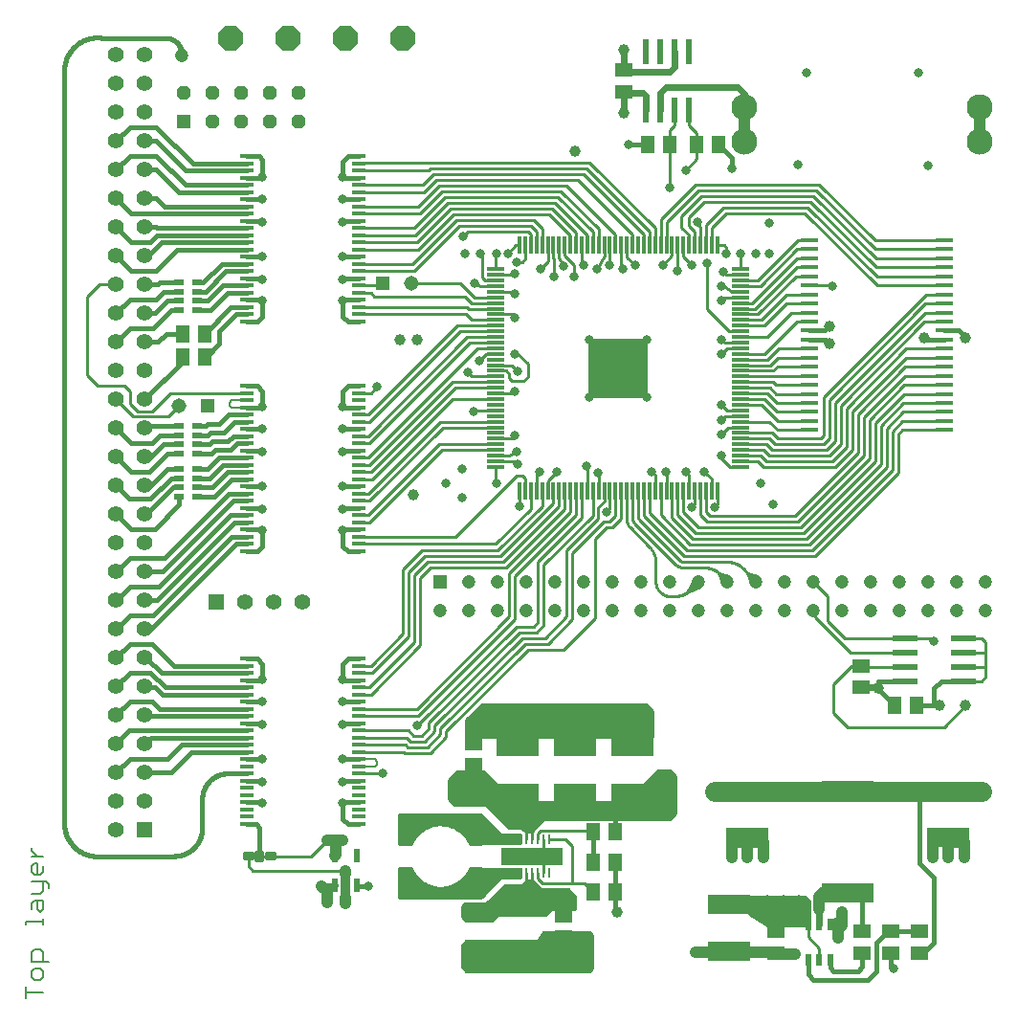
<source format=gtl>
G75*
%MOIN*%
%OFA0B0*%
%FSLAX25Y25*%
%IPPOS*%
%LPD*%
%AMOC8*
5,1,8,0,0,1.08239X$1,22.5*
%
%ADD10C,0.00800*%
%ADD11C,0.09055*%
%ADD12R,0.05906X0.05118*%
%ADD13R,0.14567X0.07087*%
%ADD14R,0.05537X0.05537*%
%ADD15C,0.05537*%
%ADD16R,0.05118X0.01575*%
%ADD17R,0.02362X0.08661*%
%ADD18R,0.06299X0.01181*%
%ADD19R,0.01181X0.06299*%
%ADD20C,0.03175*%
%ADD21C,0.00500*%
%ADD22C,0.16598*%
%ADD23R,0.02362X0.04331*%
%ADD24R,0.18110X0.07087*%
%ADD25R,0.05118X0.05906*%
%ADD26R,0.05906X0.01772*%
%ADD27R,0.04750X0.04750*%
%ADD28C,0.04750*%
%ADD29OC8,0.04750*%
%ADD30R,0.03543X0.01969*%
%ADD31R,0.02165X0.04724*%
%ADD32R,0.08661X0.02362*%
%ADD33C,0.01260*%
%ADD34R,0.00500X0.01000*%
%ADD35OC8,0.08500*%
%ADD36R,0.28740X0.03150*%
%ADD37C,0.01000*%
%ADD38R,0.01102X0.03228*%
%ADD39R,0.21654X0.06220*%
%ADD40R,0.05143X0.05143*%
%ADD41C,0.05143*%
%ADD42C,0.03962*%
%ADD43C,0.04000*%
%ADD44C,0.05000*%
%ADD45C,0.03200*%
%ADD46C,0.01600*%
%ADD47C,0.02400*%
%ADD48C,0.07000*%
D10*
X0013395Y0010400D02*
X0013395Y0014537D01*
X0013395Y0012468D02*
X0019600Y0012468D01*
X0018566Y0016845D02*
X0019600Y0017880D01*
X0019600Y0019948D01*
X0018566Y0020982D01*
X0016497Y0020982D01*
X0015463Y0019948D01*
X0015463Y0017880D01*
X0016497Y0016845D01*
X0018566Y0016845D01*
X0019600Y0023291D02*
X0019600Y0026394D01*
X0018566Y0027428D01*
X0016497Y0027428D01*
X0015463Y0026394D01*
X0015463Y0023291D01*
X0021668Y0023291D01*
X0019600Y0036182D02*
X0019600Y0038250D01*
X0019600Y0037216D02*
X0013395Y0037216D01*
X0013395Y0036182D01*
X0015463Y0041513D02*
X0015463Y0043582D01*
X0016497Y0044616D01*
X0019600Y0044616D01*
X0019600Y0041513D01*
X0018566Y0040479D01*
X0017532Y0041513D01*
X0017532Y0044616D01*
X0018566Y0046924D02*
X0019600Y0047959D01*
X0019600Y0051061D01*
X0020634Y0051061D02*
X0015463Y0051061D01*
X0016497Y0053370D02*
X0015463Y0054404D01*
X0015463Y0056473D01*
X0016497Y0057507D01*
X0017532Y0057507D01*
X0017532Y0053370D01*
X0018566Y0053370D02*
X0016497Y0053370D01*
X0018566Y0053370D02*
X0019600Y0054404D01*
X0019600Y0056473D01*
X0019600Y0059815D02*
X0015463Y0059815D01*
X0017532Y0059815D02*
X0015463Y0061884D01*
X0015463Y0062918D01*
X0020634Y0051061D02*
X0021668Y0050027D01*
X0021668Y0048993D01*
X0018566Y0046924D02*
X0015463Y0046924D01*
X0129606Y0091250D02*
X0135250Y0091250D01*
X0136000Y0092000D01*
X0136000Y0093000D01*
X0135250Y0093750D01*
X0129606Y0093750D01*
X0090394Y0216250D02*
X0085250Y0216250D01*
X0084500Y0217000D01*
X0084500Y0218000D01*
X0085250Y0218750D01*
X0090394Y0218750D01*
D11*
X0264055Y0308701D03*
X0264055Y0320906D03*
X0345945Y0320906D03*
X0345945Y0308701D03*
D12*
X0222000Y0326260D03*
X0222000Y0333740D03*
X0304500Y0126240D03*
X0304500Y0118760D03*
X0169500Y0099240D03*
X0169500Y0091760D03*
X0201000Y0039240D03*
X0201000Y0031760D03*
X0275000Y0033740D03*
X0275000Y0026260D03*
X0305000Y0026260D03*
X0315000Y0026260D03*
X0325000Y0026260D03*
X0325000Y0033740D03*
X0315000Y0033740D03*
X0305000Y0033740D03*
D13*
X0258500Y0026929D03*
X0258500Y0043071D03*
X0265000Y0066429D03*
X0265000Y0082571D03*
X0225000Y0081929D03*
X0205000Y0081929D03*
X0185000Y0081929D03*
X0185000Y0098071D03*
X0205000Y0098071D03*
X0225000Y0098071D03*
X0185000Y0043071D03*
X0185000Y0026929D03*
X0335000Y0066429D03*
X0335000Y0082571D03*
D14*
X0080000Y0148500D03*
X0055000Y0069173D03*
D15*
X0045000Y0069173D03*
X0045000Y0079173D03*
X0055000Y0079173D03*
X0055000Y0089173D03*
X0045000Y0089173D03*
X0045000Y0099173D03*
X0055000Y0099173D03*
X0055000Y0109173D03*
X0045000Y0109173D03*
X0045000Y0119173D03*
X0055000Y0119173D03*
X0055000Y0129173D03*
X0045000Y0129173D03*
X0045000Y0139173D03*
X0055000Y0139173D03*
X0055000Y0149173D03*
X0045000Y0149173D03*
X0045000Y0159173D03*
X0055000Y0159173D03*
X0055000Y0169173D03*
X0045000Y0169173D03*
X0045000Y0179173D03*
X0055000Y0179173D03*
X0055000Y0189173D03*
X0045000Y0189173D03*
X0045000Y0199173D03*
X0055000Y0199173D03*
X0055000Y0209173D03*
X0045000Y0209173D03*
X0045000Y0219173D03*
X0055000Y0219173D03*
X0055000Y0229173D03*
X0045000Y0229173D03*
X0045000Y0239173D03*
X0055000Y0239173D03*
X0055000Y0249173D03*
X0045000Y0249173D03*
X0045000Y0259173D03*
X0055000Y0259173D03*
X0055000Y0269173D03*
X0045000Y0269173D03*
X0045000Y0279173D03*
X0055000Y0279173D03*
X0055000Y0289173D03*
X0045000Y0289173D03*
X0045000Y0299173D03*
X0055000Y0299173D03*
X0055000Y0309173D03*
X0045000Y0309173D03*
X0045000Y0319173D03*
X0055000Y0319173D03*
X0055000Y0329173D03*
X0045000Y0329173D03*
X0045000Y0339173D03*
X0055000Y0339173D03*
X0090000Y0148500D03*
X0100000Y0148500D03*
X0110000Y0148500D03*
D16*
X0090394Y0166250D03*
X0090394Y0168750D03*
X0090394Y0171250D03*
X0090394Y0173750D03*
X0090394Y0176250D03*
X0090394Y0178750D03*
X0090394Y0181250D03*
X0090394Y0183750D03*
X0090394Y0186250D03*
X0090394Y0188750D03*
X0090394Y0191250D03*
X0090394Y0193750D03*
X0090394Y0196250D03*
X0090394Y0198750D03*
X0090394Y0201250D03*
X0090394Y0203750D03*
X0090394Y0206250D03*
X0090394Y0208750D03*
X0090394Y0211250D03*
X0090394Y0213750D03*
X0090394Y0216250D03*
X0090394Y0218750D03*
X0090394Y0221250D03*
X0090394Y0223750D03*
X0090394Y0246250D03*
X0090394Y0248750D03*
X0090394Y0251250D03*
X0090394Y0253750D03*
X0090394Y0256250D03*
X0090394Y0258750D03*
X0090394Y0261250D03*
X0090394Y0263750D03*
X0090394Y0266250D03*
X0090394Y0268750D03*
X0090394Y0271250D03*
X0090394Y0273750D03*
X0090394Y0276250D03*
X0090394Y0278750D03*
X0090394Y0281250D03*
X0090394Y0283750D03*
X0090394Y0286250D03*
X0090394Y0288750D03*
X0090394Y0291250D03*
X0090394Y0293750D03*
X0090394Y0296250D03*
X0090394Y0298750D03*
X0090394Y0301250D03*
X0090394Y0303750D03*
X0129606Y0303750D03*
X0129606Y0301250D03*
X0129606Y0298750D03*
X0129606Y0296250D03*
X0129606Y0293750D03*
X0129606Y0291250D03*
X0129606Y0288750D03*
X0129606Y0286250D03*
X0129606Y0283750D03*
X0129606Y0281250D03*
X0129606Y0278750D03*
X0129606Y0276250D03*
X0129606Y0273750D03*
X0129606Y0271250D03*
X0129606Y0268750D03*
X0129606Y0266250D03*
X0129606Y0263750D03*
X0129606Y0261250D03*
X0129606Y0258750D03*
X0129606Y0256250D03*
X0129606Y0253750D03*
X0129606Y0251250D03*
X0129606Y0248750D03*
X0129606Y0246250D03*
X0129606Y0223750D03*
X0129606Y0221250D03*
X0129606Y0218750D03*
X0129606Y0216250D03*
X0129606Y0213750D03*
X0129606Y0211250D03*
X0129606Y0208750D03*
X0129606Y0206250D03*
X0129606Y0203750D03*
X0129606Y0201250D03*
X0129606Y0198750D03*
X0129606Y0196250D03*
X0129606Y0193750D03*
X0129606Y0191250D03*
X0129606Y0188750D03*
X0129606Y0186250D03*
X0129606Y0183750D03*
X0129606Y0181250D03*
X0129606Y0178750D03*
X0129606Y0176250D03*
X0129606Y0173750D03*
X0129606Y0171250D03*
X0129606Y0168750D03*
X0129606Y0166250D03*
X0129606Y0128750D03*
X0129606Y0126250D03*
X0129606Y0123750D03*
X0129606Y0121250D03*
X0129606Y0118750D03*
X0129606Y0116250D03*
X0129606Y0113750D03*
X0129606Y0111250D03*
X0129606Y0108750D03*
X0129606Y0106250D03*
X0129606Y0103750D03*
X0129606Y0101250D03*
X0129606Y0098750D03*
X0129606Y0096250D03*
X0129606Y0093750D03*
X0129606Y0091250D03*
X0129606Y0088750D03*
X0129606Y0086250D03*
X0129606Y0083750D03*
X0129606Y0081250D03*
X0129606Y0078750D03*
X0129606Y0076250D03*
X0129606Y0073750D03*
X0129606Y0071250D03*
X0090394Y0071250D03*
X0090394Y0073750D03*
X0090394Y0076250D03*
X0090394Y0078750D03*
X0090394Y0081250D03*
X0090394Y0083750D03*
X0090394Y0086250D03*
X0090394Y0088750D03*
X0090394Y0091250D03*
X0090394Y0093750D03*
X0090394Y0096250D03*
X0090394Y0098750D03*
X0090394Y0101250D03*
X0090394Y0103750D03*
X0090394Y0106250D03*
X0090394Y0108750D03*
X0090394Y0111250D03*
X0090394Y0113750D03*
X0090394Y0116250D03*
X0090394Y0118750D03*
X0090394Y0121250D03*
X0090394Y0123750D03*
X0090394Y0126250D03*
X0090394Y0128750D03*
D17*
X0229500Y0319764D03*
X0234500Y0319764D03*
X0239500Y0319764D03*
X0244500Y0319764D03*
X0244500Y0340236D03*
X0239500Y0340236D03*
X0234500Y0340236D03*
X0229500Y0340236D03*
D18*
X0262717Y0264449D03*
X0262717Y0262480D03*
X0262717Y0260512D03*
X0262717Y0258543D03*
X0262717Y0256575D03*
X0262717Y0254606D03*
X0262717Y0252638D03*
X0262717Y0250669D03*
X0262717Y0248701D03*
X0262717Y0246732D03*
X0262717Y0244764D03*
X0262717Y0242795D03*
X0262717Y0240827D03*
X0262717Y0238858D03*
X0262717Y0236890D03*
X0262717Y0234921D03*
X0262717Y0232953D03*
X0262717Y0230984D03*
X0262717Y0229016D03*
X0262717Y0227047D03*
X0262717Y0225079D03*
X0262717Y0223110D03*
X0262717Y0221142D03*
X0262717Y0219173D03*
X0262717Y0217205D03*
X0262717Y0215236D03*
X0262717Y0213268D03*
X0262717Y0211299D03*
X0262717Y0209331D03*
X0262717Y0207362D03*
X0262717Y0205394D03*
X0262717Y0203425D03*
X0262717Y0201457D03*
X0262717Y0199488D03*
X0262717Y0197520D03*
X0262717Y0195551D03*
X0177283Y0195551D03*
X0177283Y0197520D03*
X0177283Y0199488D03*
X0177283Y0201457D03*
X0177283Y0203425D03*
X0177283Y0205394D03*
X0177283Y0207362D03*
X0177283Y0209331D03*
X0177283Y0211299D03*
X0177283Y0213268D03*
X0177283Y0215236D03*
X0177283Y0217205D03*
X0177283Y0219173D03*
X0177283Y0221142D03*
X0177283Y0223110D03*
X0177283Y0225079D03*
X0177283Y0227047D03*
X0177283Y0229016D03*
X0177283Y0230984D03*
X0177283Y0232953D03*
X0177283Y0234921D03*
X0177283Y0236890D03*
X0177283Y0238858D03*
X0177283Y0240827D03*
X0177283Y0242795D03*
X0177283Y0244764D03*
X0177283Y0246732D03*
X0177283Y0248701D03*
X0177283Y0250669D03*
X0177283Y0252638D03*
X0177283Y0254606D03*
X0177283Y0256575D03*
X0177283Y0258543D03*
X0177283Y0260512D03*
X0177283Y0262480D03*
X0177283Y0264449D03*
D19*
X0185551Y0272717D03*
X0187520Y0272717D03*
X0189488Y0272717D03*
X0191457Y0272717D03*
X0193425Y0272717D03*
X0195394Y0272717D03*
X0197362Y0272717D03*
X0199331Y0272717D03*
X0201299Y0272717D03*
X0203268Y0272717D03*
X0205236Y0272717D03*
X0207205Y0272717D03*
X0209173Y0272717D03*
X0211142Y0272717D03*
X0213110Y0272717D03*
X0215079Y0272717D03*
X0217047Y0272717D03*
X0219016Y0272717D03*
X0220984Y0272717D03*
X0222953Y0272717D03*
X0224921Y0272717D03*
X0226890Y0272717D03*
X0228858Y0272717D03*
X0230827Y0272717D03*
X0232795Y0272717D03*
X0234764Y0272717D03*
X0236732Y0272717D03*
X0238701Y0272717D03*
X0240669Y0272717D03*
X0242638Y0272717D03*
X0244606Y0272717D03*
X0246575Y0272717D03*
X0248543Y0272717D03*
X0250512Y0272717D03*
X0252480Y0272717D03*
X0254449Y0272717D03*
X0254449Y0187283D03*
X0252480Y0187283D03*
X0250512Y0187283D03*
X0248543Y0187283D03*
X0246575Y0187283D03*
X0244606Y0187283D03*
X0242638Y0187283D03*
X0240669Y0187283D03*
X0238701Y0187283D03*
X0236732Y0187283D03*
X0234764Y0187283D03*
X0232795Y0187283D03*
X0230827Y0187283D03*
X0228858Y0187283D03*
X0226890Y0187283D03*
X0224921Y0187283D03*
X0222953Y0187283D03*
X0220984Y0187283D03*
X0219016Y0187283D03*
X0217047Y0187283D03*
X0215079Y0187283D03*
X0213110Y0187283D03*
X0211142Y0187283D03*
X0209173Y0187283D03*
X0207205Y0187283D03*
X0205236Y0187283D03*
X0203268Y0187283D03*
X0201299Y0187283D03*
X0199331Y0187283D03*
X0197362Y0187283D03*
X0195394Y0187283D03*
X0193425Y0187283D03*
X0191457Y0187283D03*
X0189488Y0187283D03*
X0187520Y0187283D03*
X0185551Y0187283D03*
D20*
X0177500Y0190000D03*
X0185000Y0196500D03*
X0184500Y0201000D03*
X0184000Y0206500D03*
X0169500Y0215000D03*
X0184000Y0222000D03*
X0185000Y0229000D03*
X0184000Y0235000D03*
X0171500Y0232500D03*
X0167500Y0228500D03*
X0136000Y0223500D03*
X0124000Y0216500D03*
X0124000Y0209000D03*
X0124000Y0201000D03*
X0124000Y0189000D03*
X0124000Y0181000D03*
X0124000Y0173500D03*
X0096000Y0173500D03*
X0096000Y0181000D03*
X0096000Y0189000D03*
X0096000Y0201000D03*
X0096000Y0209000D03*
X0096000Y0216500D03*
X0160000Y0190000D03*
X0165500Y0185000D03*
X0165500Y0195000D03*
X0185500Y0182000D03*
X0192500Y0194000D03*
X0198500Y0194000D03*
X0209000Y0196000D03*
X0213000Y0193500D03*
X0216000Y0180000D03*
X0231500Y0194000D03*
X0236500Y0194000D03*
X0243500Y0194000D03*
X0250000Y0194000D03*
X0256000Y0199500D03*
X0256000Y0207000D03*
X0256000Y0212000D03*
X0256000Y0217291D03*
X0230000Y0220000D03*
X0210000Y0220000D03*
X0210000Y0240000D03*
X0230000Y0240000D03*
X0256000Y0240000D03*
X0256000Y0235000D03*
X0256000Y0253500D03*
X0256000Y0258500D03*
X0256500Y0263500D03*
X0251000Y0266500D03*
X0245500Y0266000D03*
X0240500Y0264000D03*
X0235500Y0266000D03*
X0226000Y0266000D03*
X0221500Y0264500D03*
X0217000Y0266000D03*
X0212500Y0264500D03*
X0208000Y0266000D03*
X0204500Y0262000D03*
X0201000Y0265500D03*
X0197500Y0262000D03*
X0193000Y0264500D03*
X0184500Y0267000D03*
X0184000Y0263000D03*
X0184000Y0256000D03*
X0184000Y0247500D03*
X0170000Y0259500D03*
X0172000Y0270000D03*
X0166500Y0270000D03*
X0166000Y0276000D03*
X0177500Y0270000D03*
X0181500Y0270000D03*
X0124000Y0269000D03*
X0124000Y0261000D03*
X0124000Y0253500D03*
X0096000Y0253500D03*
X0096000Y0261000D03*
X0096000Y0269000D03*
X0096000Y0281000D03*
X0096000Y0289000D03*
X0096000Y0296500D03*
X0124000Y0296500D03*
X0124000Y0289000D03*
X0124000Y0281000D03*
X0223500Y0308000D03*
X0243500Y0299000D03*
X0238000Y0293000D03*
X0247500Y0281000D03*
X0257500Y0270000D03*
X0262500Y0270000D03*
X0268000Y0270000D03*
X0272500Y0270000D03*
X0272500Y0280500D03*
X0259500Y0299500D03*
X0282500Y0301000D03*
X0328000Y0300500D03*
X0324500Y0333000D03*
X0285500Y0333000D03*
X0294500Y0258500D03*
X0269500Y0190000D03*
X0274000Y0182500D03*
X0253500Y0181500D03*
X0245500Y0181500D03*
X0330000Y0135000D03*
X0197000Y0060000D03*
X0193500Y0060000D03*
X0190000Y0060000D03*
X0186500Y0060000D03*
X0183000Y0060000D03*
X0133000Y0049500D03*
X0124000Y0078500D03*
X0124000Y0086000D03*
X0124000Y0094000D03*
X0138000Y0089000D03*
X0150000Y0105500D03*
X0124000Y0106000D03*
X0124000Y0114000D03*
X0124000Y0121500D03*
X0096000Y0121500D03*
X0096000Y0114000D03*
X0096000Y0106000D03*
X0096000Y0094000D03*
X0096000Y0086000D03*
X0096000Y0078500D03*
X0316000Y0021000D03*
D21*
X0230000Y0220000D02*
X0210000Y0220000D01*
X0210000Y0240000D01*
X0230000Y0240000D01*
X0230000Y0220000D01*
X0230000Y0220357D02*
X0210000Y0220357D01*
X0210000Y0220855D02*
X0230000Y0220855D01*
X0230000Y0221354D02*
X0210000Y0221354D01*
X0210000Y0221852D02*
X0230000Y0221852D01*
X0230000Y0222351D02*
X0210000Y0222351D01*
X0210000Y0222849D02*
X0230000Y0222849D01*
X0230000Y0223348D02*
X0210000Y0223348D01*
X0210000Y0223846D02*
X0230000Y0223846D01*
X0230000Y0224345D02*
X0210000Y0224345D01*
X0210000Y0224843D02*
X0230000Y0224843D01*
X0230000Y0225342D02*
X0210000Y0225342D01*
X0210000Y0225841D02*
X0230000Y0225841D01*
X0230000Y0226339D02*
X0210000Y0226339D01*
X0210000Y0226838D02*
X0230000Y0226838D01*
X0230000Y0227336D02*
X0210000Y0227336D01*
X0210000Y0227835D02*
X0230000Y0227835D01*
X0230000Y0228333D02*
X0210000Y0228333D01*
X0210000Y0228832D02*
X0230000Y0228832D01*
X0230000Y0229330D02*
X0210000Y0229330D01*
X0210000Y0229829D02*
X0230000Y0229829D01*
X0230000Y0230327D02*
X0210000Y0230327D01*
X0210000Y0230826D02*
X0230000Y0230826D01*
X0230000Y0231324D02*
X0210000Y0231324D01*
X0210000Y0231823D02*
X0230000Y0231823D01*
X0230000Y0232321D02*
X0210000Y0232321D01*
X0210000Y0232820D02*
X0230000Y0232820D01*
X0230000Y0233318D02*
X0210000Y0233318D01*
X0210000Y0233817D02*
X0230000Y0233817D01*
X0230000Y0234315D02*
X0210000Y0234315D01*
X0210000Y0234814D02*
X0230000Y0234814D01*
X0230000Y0235312D02*
X0210000Y0235312D01*
X0210000Y0235811D02*
X0230000Y0235811D01*
X0230000Y0236309D02*
X0210000Y0236309D01*
X0210000Y0236808D02*
X0230000Y0236808D01*
X0230000Y0237306D02*
X0210000Y0237306D01*
X0210000Y0237805D02*
X0230000Y0237805D01*
X0230000Y0238303D02*
X0210000Y0238303D01*
X0210000Y0238802D02*
X0230000Y0238802D01*
X0230000Y0239300D02*
X0210000Y0239300D01*
X0210000Y0239799D02*
X0230000Y0239799D01*
D22*
X0220000Y0230000D03*
D23*
X0286260Y0036299D03*
X0290000Y0036299D03*
X0293740Y0036299D03*
X0293740Y0023701D03*
X0290000Y0023701D03*
X0286260Y0023701D03*
D24*
X0300000Y0047283D03*
X0300000Y0082717D03*
D25*
X0316260Y0112500D03*
X0323740Y0112500D03*
X0218740Y0068500D03*
X0211260Y0068500D03*
X0211260Y0058000D03*
X0218740Y0058000D03*
X0218740Y0047500D03*
X0211260Y0047500D03*
X0075740Y0234000D03*
X0068260Y0234000D03*
X0068260Y0242000D03*
X0075740Y0242000D03*
X0230260Y0308000D03*
X0237740Y0308000D03*
X0247260Y0308000D03*
X0254740Y0308000D03*
D26*
X0286413Y0274535D03*
X0286413Y0271386D03*
X0286413Y0268236D03*
X0286413Y0265087D03*
X0286413Y0261937D03*
X0286413Y0258787D03*
X0286413Y0255638D03*
X0286413Y0252488D03*
X0286413Y0249338D03*
X0286413Y0246189D03*
X0286413Y0243039D03*
X0286413Y0239890D03*
X0286413Y0236740D03*
X0286413Y0233590D03*
X0286413Y0230441D03*
X0286413Y0227291D03*
X0286413Y0224142D03*
X0286413Y0220992D03*
X0286413Y0217842D03*
X0286413Y0214693D03*
X0286413Y0211543D03*
X0286413Y0208394D03*
X0333658Y0208394D03*
X0333658Y0211543D03*
X0333658Y0214693D03*
X0333658Y0217842D03*
X0333658Y0220992D03*
X0333658Y0224142D03*
X0333658Y0227291D03*
X0333658Y0230441D03*
X0333658Y0233590D03*
X0333658Y0236740D03*
X0333658Y0239890D03*
X0333658Y0243039D03*
X0333658Y0246189D03*
X0333658Y0249338D03*
X0333658Y0252488D03*
X0333658Y0255638D03*
X0333658Y0258787D03*
X0333658Y0261937D03*
X0333658Y0265087D03*
X0333658Y0268236D03*
X0333658Y0271386D03*
X0333658Y0274535D03*
D27*
X0157953Y0155669D03*
X0068500Y0316000D03*
D28*
X0068000Y0339000D03*
X0167953Y0155669D03*
X0177953Y0155669D03*
X0187953Y0155669D03*
X0197953Y0155669D03*
X0207953Y0155669D03*
X0217953Y0155669D03*
X0227953Y0155669D03*
X0237953Y0155669D03*
X0247953Y0155669D03*
X0257953Y0155669D03*
X0267953Y0155669D03*
X0277953Y0155669D03*
X0287953Y0155669D03*
X0297953Y0155669D03*
X0307953Y0155669D03*
X0317953Y0155669D03*
X0327953Y0155669D03*
X0337953Y0155669D03*
X0347953Y0155669D03*
X0347953Y0145669D03*
X0337953Y0145669D03*
X0327953Y0145669D03*
X0317953Y0145669D03*
X0307953Y0145669D03*
X0297953Y0145669D03*
X0287953Y0145669D03*
X0277953Y0145669D03*
X0267953Y0145669D03*
X0257953Y0145669D03*
X0247953Y0145669D03*
X0237953Y0145669D03*
X0227953Y0145669D03*
X0217953Y0145669D03*
X0207953Y0145669D03*
X0197953Y0145669D03*
X0187953Y0145669D03*
X0177953Y0145669D03*
X0167953Y0145669D03*
X0157953Y0145669D03*
D29*
X0108500Y0316000D03*
X0108500Y0326000D03*
X0098500Y0326000D03*
X0088500Y0326000D03*
X0088500Y0316000D03*
X0098500Y0316000D03*
X0078500Y0316000D03*
X0078500Y0326000D03*
X0068500Y0326000D03*
D30*
X0066850Y0259724D03*
X0066850Y0256575D03*
X0066850Y0253425D03*
X0066850Y0250276D03*
X0073150Y0250276D03*
X0073150Y0253425D03*
X0073150Y0256575D03*
X0073150Y0259724D03*
X0073150Y0209724D03*
X0073150Y0206575D03*
X0073150Y0203425D03*
X0073150Y0200276D03*
X0073150Y0194724D03*
X0073150Y0191575D03*
X0073150Y0188425D03*
X0073150Y0185276D03*
X0066850Y0185276D03*
X0066850Y0188425D03*
X0066850Y0191575D03*
X0066850Y0194724D03*
X0066850Y0200276D03*
X0066850Y0203425D03*
X0066850Y0206575D03*
X0066850Y0209724D03*
D31*
X0121260Y0060118D03*
X0128740Y0060118D03*
X0128740Y0049882D03*
X0125000Y0049882D03*
X0121260Y0049882D03*
D32*
X0319764Y0121000D03*
X0319764Y0126000D03*
X0319764Y0131000D03*
X0319764Y0136000D03*
X0340236Y0136000D03*
X0340236Y0131000D03*
X0340236Y0126000D03*
X0340236Y0121000D03*
D33*
X0097599Y0060945D02*
X0097599Y0059055D01*
X0097599Y0060945D02*
X0100275Y0060945D01*
X0100275Y0059055D01*
X0097599Y0059055D01*
X0097599Y0060314D02*
X0100275Y0060314D01*
X0094055Y0061338D02*
X0094055Y0058662D01*
X0094055Y0061338D02*
X0095945Y0061338D01*
X0095945Y0058662D01*
X0094055Y0058662D01*
X0094055Y0059921D02*
X0095945Y0059921D01*
X0095945Y0061180D02*
X0094055Y0061180D01*
X0089725Y0060945D02*
X0089725Y0059055D01*
X0089725Y0060945D02*
X0092401Y0060945D01*
X0092401Y0059055D01*
X0089725Y0059055D01*
X0089725Y0060314D02*
X0092401Y0060314D01*
D34*
X0096750Y0060000D03*
D35*
X0105000Y0345000D03*
X0085000Y0345000D03*
X0125000Y0345000D03*
X0145000Y0345000D03*
D36*
X0158000Y0072598D03*
X0158000Y0047402D03*
D37*
X0157874Y0048949D02*
X0158382Y0048953D01*
X0159016Y0048992D01*
X0159535Y0049055D01*
X0160197Y0049161D01*
X0160831Y0049307D01*
X0161335Y0049461D01*
X0161795Y0049610D01*
X0162260Y0049799D01*
X0162819Y0050051D01*
X0163217Y0050256D01*
X0163685Y0050520D01*
X0164063Y0050764D01*
X0164437Y0051012D01*
X0164831Y0051315D01*
X0165413Y0051803D01*
X0165961Y0052327D01*
X0166488Y0052898D01*
X0167264Y0053984D01*
X0167850Y0054972D01*
X0168244Y0055866D01*
X0172370Y0055866D01*
X0172370Y0045630D01*
X0143630Y0045630D01*
X0143630Y0055866D01*
X0147756Y0055866D01*
X0147913Y0055480D01*
X0148118Y0055063D01*
X0148358Y0054591D01*
X0148669Y0054098D01*
X0148917Y0053697D01*
X0149150Y0053394D01*
X0149531Y0052906D01*
X0149949Y0052425D01*
X0150488Y0051886D01*
X0150724Y0051669D01*
X0151138Y0051323D01*
X0151563Y0051008D01*
X0152051Y0050661D01*
X0152433Y0050445D01*
X0152925Y0050173D01*
X0153492Y0049913D01*
X0153969Y0049705D01*
X0154752Y0049433D01*
X0155461Y0049248D01*
X0156173Y0049098D01*
X0157012Y0048996D01*
X0157874Y0048949D01*
X0153449Y0049933D02*
X0143630Y0049933D01*
X0143630Y0048934D02*
X0172370Y0048934D01*
X0172500Y0048934D02*
X0175434Y0048934D01*
X0174436Y0047936D02*
X0172500Y0047936D01*
X0172370Y0047936D02*
X0143630Y0047936D01*
X0143630Y0046937D02*
X0172370Y0046937D01*
X0172500Y0046937D02*
X0173437Y0046937D01*
X0172500Y0046000D02*
X0172500Y0055500D01*
X0186000Y0055500D01*
X0186000Y0052500D01*
X0179000Y0052500D01*
X0172500Y0046000D01*
X0172370Y0045939D02*
X0143630Y0045939D01*
X0143630Y0050932D02*
X0151671Y0050932D01*
X0150444Y0051930D02*
X0143630Y0051930D01*
X0143630Y0052929D02*
X0149513Y0052929D01*
X0148775Y0053927D02*
X0143630Y0053927D01*
X0143630Y0054926D02*
X0148188Y0054926D01*
X0147756Y0064134D02*
X0143630Y0064134D01*
X0143630Y0074370D01*
X0172370Y0074370D01*
X0172370Y0064134D01*
X0168244Y0064134D01*
X0168087Y0064520D01*
X0167882Y0064937D01*
X0167642Y0065409D01*
X0167331Y0065902D01*
X0167083Y0066303D01*
X0166850Y0066606D01*
X0166469Y0067094D01*
X0166051Y0067575D01*
X0165512Y0068114D01*
X0165276Y0068331D01*
X0164862Y0068677D01*
X0164437Y0068992D01*
X0163949Y0069339D01*
X0163567Y0069555D01*
X0163075Y0069827D01*
X0162508Y0070087D01*
X0162031Y0070295D01*
X0161248Y0070567D01*
X0160539Y0070752D01*
X0159827Y0070902D01*
X0158988Y0071004D01*
X0158126Y0071051D01*
X0157618Y0071047D01*
X0156984Y0071008D01*
X0156465Y0070945D01*
X0155803Y0070839D01*
X0155169Y0070693D01*
X0154665Y0070539D01*
X0154205Y0070390D01*
X0153740Y0070201D01*
X0153181Y0069949D01*
X0152783Y0069744D01*
X0152315Y0069480D01*
X0151937Y0069236D01*
X0151563Y0068988D01*
X0151169Y0068685D01*
X0150587Y0068197D01*
X0150039Y0067673D01*
X0149512Y0067102D01*
X0148736Y0066016D01*
X0148150Y0065028D01*
X0147756Y0064134D01*
X0148098Y0064911D02*
X0143630Y0064911D01*
X0143630Y0065909D02*
X0148673Y0065909D01*
X0149373Y0066908D02*
X0143630Y0066908D01*
X0143630Y0067906D02*
X0150283Y0067906D01*
X0151455Y0068905D02*
X0143630Y0068905D01*
X0143630Y0069903D02*
X0153093Y0069903D01*
X0156196Y0070902D02*
X0143630Y0070902D01*
X0143630Y0071900D02*
X0172370Y0071900D01*
X0172500Y0071900D02*
X0174600Y0071900D01*
X0175598Y0070902D02*
X0172500Y0070902D01*
X0172370Y0070902D02*
X0159825Y0070902D01*
X0162908Y0069903D02*
X0172370Y0069903D01*
X0172500Y0069903D02*
X0176597Y0069903D01*
X0177595Y0068905D02*
X0172500Y0068905D01*
X0172370Y0068905D02*
X0164555Y0068905D01*
X0165720Y0067906D02*
X0172370Y0067906D01*
X0172500Y0067906D02*
X0178594Y0067906D01*
X0179000Y0067500D02*
X0172500Y0074000D01*
X0172500Y0064500D01*
X0186000Y0064500D01*
X0186000Y0067500D01*
X0179000Y0067500D01*
X0182000Y0070000D02*
X0174000Y0078000D01*
X0163000Y0078000D01*
X0161000Y0080000D01*
X0161000Y0086500D01*
X0164000Y0089500D01*
X0173000Y0089500D01*
X0183500Y0079000D01*
X0223000Y0079000D01*
X0234000Y0090000D01*
X0238000Y0090000D01*
X0240000Y0088000D01*
X0240000Y0075000D01*
X0238000Y0073000D01*
X0194000Y0073000D01*
X0190000Y0068500D01*
X0190000Y0065945D01*
X0191969Y0065945D02*
X0191969Y0067969D01*
X0193000Y0069000D01*
X0210760Y0069000D01*
X0211260Y0068500D01*
X0204000Y0063500D02*
X0204000Y0050500D01*
X0208260Y0050500D01*
X0211260Y0047500D01*
X0205000Y0046000D02*
X0205000Y0041500D01*
X0196500Y0041500D01*
X0194500Y0039500D01*
X0178000Y0039500D01*
X0176000Y0037500D01*
X0167000Y0037500D01*
X0165500Y0039000D01*
X0165500Y0042500D01*
X0166500Y0043500D01*
X0174000Y0043500D01*
X0180500Y0050000D01*
X0186500Y0050000D01*
X0188000Y0051500D01*
X0190000Y0051500D01*
X0193000Y0048500D01*
X0202500Y0048500D01*
X0205000Y0046000D01*
X0205000Y0045939D02*
X0176439Y0045939D01*
X0177437Y0046937D02*
X0204063Y0046937D01*
X0203064Y0047936D02*
X0178436Y0047936D01*
X0179434Y0048934D02*
X0192566Y0048934D01*
X0191567Y0049933D02*
X0180433Y0049933D01*
X0178430Y0051930D02*
X0172500Y0051930D01*
X0172370Y0051930D02*
X0165546Y0051930D01*
X0166510Y0052929D02*
X0172370Y0052929D01*
X0172500Y0052929D02*
X0186000Y0052929D01*
X0186000Y0053927D02*
X0172500Y0053927D01*
X0172370Y0053927D02*
X0167223Y0053927D01*
X0167823Y0054926D02*
X0172370Y0054926D01*
X0172500Y0054926D02*
X0186000Y0054926D01*
X0188031Y0054055D02*
X0188031Y0051031D01*
X0188000Y0051000D01*
X0187432Y0050932D02*
X0190568Y0050932D01*
X0190000Y0051000D02*
X0190000Y0054055D01*
X0191969Y0054055D02*
X0191969Y0052031D01*
X0193500Y0050500D01*
X0204000Y0050500D01*
X0205000Y0044940D02*
X0175440Y0044940D01*
X0174442Y0043942D02*
X0205000Y0043942D01*
X0205000Y0042943D02*
X0165943Y0042943D01*
X0165500Y0041945D02*
X0205000Y0041945D01*
X0195946Y0040946D02*
X0165500Y0040946D01*
X0165500Y0039948D02*
X0194948Y0039948D01*
X0194000Y0033500D02*
X0210000Y0033500D01*
X0211000Y0032500D01*
X0211000Y0021000D01*
X0210000Y0020000D01*
X0167000Y0020000D01*
X0165500Y0021500D01*
X0165500Y0029000D01*
X0167000Y0030500D01*
X0192000Y0030500D01*
X0194000Y0033500D01*
X0193639Y0032958D02*
X0210542Y0032958D01*
X0211000Y0031960D02*
X0192973Y0031960D01*
X0192308Y0030961D02*
X0211000Y0030961D01*
X0211000Y0029963D02*
X0166463Y0029963D01*
X0165500Y0028964D02*
X0211000Y0028964D01*
X0211000Y0027966D02*
X0165500Y0027966D01*
X0165500Y0026967D02*
X0211000Y0026967D01*
X0211000Y0025969D02*
X0165500Y0025969D01*
X0165500Y0024970D02*
X0211000Y0024970D01*
X0211000Y0023972D02*
X0165500Y0023972D01*
X0165500Y0022973D02*
X0211000Y0022973D01*
X0211000Y0021975D02*
X0165500Y0021975D01*
X0166024Y0020976D02*
X0210976Y0020976D01*
X0177449Y0038949D02*
X0165551Y0038949D01*
X0166549Y0037951D02*
X0176451Y0037951D01*
X0176433Y0049933D02*
X0172500Y0049933D01*
X0172370Y0049933D02*
X0162557Y0049933D01*
X0164316Y0050932D02*
X0172370Y0050932D01*
X0172500Y0050932D02*
X0177432Y0050932D01*
X0193937Y0054055D02*
X0193937Y0059563D01*
X0193500Y0060000D01*
X0193937Y0060437D01*
X0193937Y0065945D01*
X0195906Y0065945D02*
X0201555Y0065945D01*
X0204000Y0063500D01*
X0193910Y0072899D02*
X0179101Y0072899D01*
X0178103Y0073897D02*
X0238897Y0073897D01*
X0239896Y0074896D02*
X0177104Y0074896D01*
X0176106Y0075894D02*
X0240000Y0075894D01*
X0240000Y0076893D02*
X0175107Y0076893D01*
X0174109Y0077891D02*
X0240000Y0077891D01*
X0240000Y0078890D02*
X0162110Y0078890D01*
X0161112Y0079888D02*
X0182612Y0079888D01*
X0181613Y0080887D02*
X0161000Y0080887D01*
X0161000Y0081885D02*
X0180615Y0081885D01*
X0179616Y0082884D02*
X0161000Y0082884D01*
X0161000Y0083882D02*
X0178618Y0083882D01*
X0177619Y0084881D02*
X0161000Y0084881D01*
X0161000Y0085879D02*
X0176621Y0085879D01*
X0175622Y0086878D02*
X0161378Y0086878D01*
X0162376Y0087876D02*
X0174624Y0087876D01*
X0173625Y0088875D02*
X0163375Y0088875D01*
X0154500Y0096000D02*
X0145500Y0096000D01*
X0145250Y0096250D01*
X0129606Y0096250D01*
X0129606Y0098750D02*
X0145750Y0098750D01*
X0146500Y0098000D01*
X0153500Y0098000D01*
X0158000Y0102500D01*
X0158000Y0104500D01*
X0187500Y0134000D01*
X0195500Y0134000D01*
X0204000Y0142500D01*
X0204000Y0165500D01*
X0215000Y0176500D01*
X0217000Y0176500D01*
X0219016Y0178516D01*
X0219016Y0187283D01*
X0220984Y0187283D02*
X0220984Y0177484D01*
X0218000Y0174500D01*
X0216000Y0174500D01*
X0212000Y0170500D01*
X0212000Y0143000D01*
X0201000Y0132000D01*
X0188500Y0132000D01*
X0160000Y0103500D01*
X0160000Y0101500D01*
X0154500Y0096000D01*
X0152500Y0100000D02*
X0147500Y0100000D01*
X0146250Y0101250D01*
X0129606Y0101250D01*
X0129606Y0103750D02*
X0146750Y0103750D01*
X0148500Y0102000D01*
X0151500Y0102000D01*
X0154000Y0104500D01*
X0154000Y0106500D01*
X0185500Y0138000D01*
X0191500Y0138000D01*
X0194000Y0140500D01*
X0194000Y0161500D01*
X0211142Y0178642D01*
X0211142Y0187283D01*
X0213110Y0187283D02*
X0213110Y0192890D01*
X0213000Y0193500D01*
X0209173Y0195827D02*
X0209173Y0187283D01*
X0207205Y0187283D02*
X0207205Y0181795D01*
X0207205Y0177705D01*
X0192000Y0162500D01*
X0192000Y0141500D01*
X0190500Y0140000D01*
X0186500Y0140000D01*
X0184500Y0140000D01*
X0150000Y0105500D01*
X0150250Y0108750D02*
X0129606Y0108750D01*
X0129606Y0111250D02*
X0149750Y0111250D01*
X0182000Y0143500D01*
X0182000Y0158500D01*
X0203268Y0179768D01*
X0203268Y0187283D01*
X0205236Y0187283D02*
X0205236Y0178736D01*
X0184000Y0157500D01*
X0184000Y0142500D01*
X0150250Y0108750D01*
X0156000Y0105500D02*
X0156000Y0103500D01*
X0152500Y0100000D01*
X0156000Y0105500D02*
X0186500Y0136000D01*
X0194500Y0136000D01*
X0202000Y0143500D01*
X0202000Y0166500D01*
X0213000Y0177500D01*
X0213000Y0181500D01*
X0215079Y0183579D01*
X0215079Y0187283D01*
X0217047Y0187283D02*
X0217047Y0181047D01*
X0216000Y0180000D01*
X0222953Y0177178D02*
X0222953Y0187283D01*
X0224921Y0187283D02*
X0224921Y0177614D01*
X0225653Y0175847D02*
X0239847Y0161653D01*
X0241634Y0162866D02*
X0227256Y0177244D01*
X0224106Y0174394D02*
X0224020Y0174483D01*
X0223937Y0174574D01*
X0223856Y0174668D01*
X0223779Y0174765D01*
X0223705Y0174864D01*
X0223634Y0174965D01*
X0223566Y0175068D01*
X0223501Y0175174D01*
X0223440Y0175281D01*
X0223382Y0175391D01*
X0223328Y0175502D01*
X0223277Y0175614D01*
X0223229Y0175729D01*
X0223186Y0175844D01*
X0223146Y0175961D01*
X0223109Y0176080D01*
X0223077Y0176199D01*
X0223048Y0176319D01*
X0223023Y0176440D01*
X0223001Y0176562D01*
X0222984Y0176685D01*
X0222970Y0176807D01*
X0222961Y0176931D01*
X0222955Y0177054D01*
X0222953Y0177178D01*
X0224106Y0174394D02*
X0230694Y0167806D01*
X0233000Y0162238D02*
X0233000Y0155571D01*
X0234464Y0152036D02*
X0234536Y0151964D01*
X0238071Y0150500D02*
X0239522Y0150500D01*
X0244000Y0152000D02*
X0248500Y0154000D01*
X0247953Y0155669D02*
X0245090Y0152806D01*
X0244000Y0152000D02*
X0246000Y0155500D01*
X0249861Y0160500D02*
X0250048Y0160498D01*
X0250236Y0160491D01*
X0250423Y0160480D01*
X0250609Y0160464D01*
X0250796Y0160444D01*
X0250982Y0160420D01*
X0251167Y0160391D01*
X0251351Y0160358D01*
X0251535Y0160320D01*
X0251717Y0160278D01*
X0251899Y0160232D01*
X0252079Y0160181D01*
X0252259Y0160126D01*
X0252436Y0160067D01*
X0252613Y0160004D01*
X0252787Y0159936D01*
X0252961Y0159864D01*
X0253132Y0159788D01*
X0253302Y0159709D01*
X0253469Y0159625D01*
X0253635Y0159537D01*
X0253798Y0159445D01*
X0253959Y0159349D01*
X0254118Y0159250D01*
X0254274Y0159147D01*
X0254428Y0159040D01*
X0254580Y0158929D01*
X0254728Y0158815D01*
X0254874Y0158698D01*
X0255017Y0158577D01*
X0255158Y0158452D01*
X0255295Y0158325D01*
X0255429Y0158194D01*
X0255428Y0158194D02*
X0257953Y0155669D01*
X0257861Y0162500D02*
X0258048Y0162498D01*
X0258236Y0162491D01*
X0258423Y0162480D01*
X0258609Y0162464D01*
X0258796Y0162444D01*
X0258982Y0162420D01*
X0259167Y0162391D01*
X0259351Y0162358D01*
X0259535Y0162320D01*
X0259717Y0162278D01*
X0259899Y0162232D01*
X0260079Y0162181D01*
X0260259Y0162126D01*
X0260436Y0162067D01*
X0260613Y0162004D01*
X0260787Y0161936D01*
X0260961Y0161864D01*
X0261132Y0161788D01*
X0261302Y0161709D01*
X0261469Y0161625D01*
X0261635Y0161537D01*
X0261798Y0161445D01*
X0261959Y0161349D01*
X0262118Y0161250D01*
X0262274Y0161147D01*
X0262428Y0161040D01*
X0262580Y0160929D01*
X0262728Y0160815D01*
X0262874Y0160698D01*
X0263017Y0160577D01*
X0263158Y0160452D01*
X0263295Y0160325D01*
X0263429Y0160194D01*
X0263428Y0160194D02*
X0267953Y0155669D01*
X0266500Y0154500D02*
X0265000Y0158500D01*
X0268500Y0157500D01*
X0258500Y0157500D02*
X0255000Y0158500D01*
X0256500Y0154500D01*
X0249861Y0160500D02*
X0242631Y0160500D01*
X0242518Y0162500D02*
X0257861Y0162500D01*
X0245000Y0168500D02*
X0286500Y0168500D01*
X0313500Y0195500D01*
X0313500Y0209000D01*
X0319193Y0214693D01*
X0333658Y0214693D01*
X0333658Y0217842D02*
X0319342Y0217842D01*
X0311500Y0210000D01*
X0311500Y0196500D01*
X0285500Y0170500D01*
X0246000Y0170500D01*
X0238701Y0177799D01*
X0238701Y0187283D01*
X0240669Y0187283D02*
X0240669Y0178831D01*
X0247000Y0172500D01*
X0284500Y0172500D01*
X0309500Y0197500D01*
X0309500Y0211000D01*
X0319492Y0220992D01*
X0333658Y0220992D01*
X0333658Y0224142D02*
X0319642Y0224142D01*
X0307500Y0212000D01*
X0307500Y0198500D01*
X0283500Y0174500D01*
X0248000Y0174500D01*
X0242638Y0179862D01*
X0242638Y0187283D01*
X0244606Y0187283D02*
X0244606Y0192894D01*
X0243500Y0194000D01*
X0250000Y0194000D02*
X0251000Y0193000D01*
X0252480Y0191520D01*
X0252480Y0187283D01*
X0250512Y0187283D02*
X0250512Y0179988D01*
X0252000Y0178500D01*
X0281500Y0178500D01*
X0303500Y0200500D01*
X0303500Y0214000D01*
X0319941Y0230441D01*
X0333658Y0230441D01*
X0333658Y0233590D02*
X0320090Y0233590D01*
X0301500Y0215000D01*
X0301500Y0201500D01*
X0295500Y0195500D01*
X0270500Y0195500D01*
X0268500Y0197500D01*
X0262736Y0197500D01*
X0262717Y0197520D01*
X0262717Y0199488D02*
X0269512Y0199488D01*
X0271500Y0197500D01*
X0294500Y0197500D01*
X0299500Y0202500D01*
X0299500Y0216000D01*
X0320240Y0236740D01*
X0333658Y0236740D01*
X0333658Y0227291D02*
X0319791Y0227291D01*
X0305500Y0213000D01*
X0305500Y0199500D01*
X0282500Y0176500D01*
X0251000Y0176500D01*
X0248543Y0178957D01*
X0248543Y0187283D01*
X0246575Y0187283D02*
X0246575Y0182575D01*
X0245500Y0181500D01*
X0253500Y0181500D02*
X0254449Y0182449D01*
X0254449Y0187283D01*
X0258949Y0195551D02*
X0256000Y0198500D01*
X0256000Y0199500D01*
X0258949Y0195551D02*
X0262717Y0195551D01*
X0262717Y0201457D02*
X0270543Y0201457D01*
X0272500Y0199500D01*
X0293500Y0199500D01*
X0297500Y0203500D01*
X0297500Y0217000D01*
X0326689Y0246189D01*
X0333658Y0246189D01*
X0333658Y0249338D02*
X0326838Y0249338D01*
X0295500Y0218000D01*
X0295500Y0204500D01*
X0292500Y0201500D01*
X0273500Y0201500D01*
X0271575Y0203425D01*
X0262717Y0203425D01*
X0262717Y0205394D02*
X0272606Y0205394D01*
X0274500Y0203500D01*
X0291500Y0203500D01*
X0293500Y0205500D01*
X0293500Y0219000D01*
X0326988Y0252488D01*
X0333658Y0252488D01*
X0333658Y0255638D02*
X0327138Y0255638D01*
X0291500Y0220000D01*
X0291500Y0206500D01*
X0290500Y0205500D01*
X0275500Y0205500D01*
X0273638Y0207362D01*
X0262717Y0207362D01*
X0262717Y0209331D02*
X0258331Y0209331D01*
X0256000Y0207000D01*
X0256000Y0212000D02*
X0257268Y0213268D01*
X0262717Y0213268D01*
X0262717Y0215236D02*
X0258055Y0215236D01*
X0256000Y0217291D01*
X0262717Y0217205D02*
X0269795Y0217205D01*
X0275457Y0211543D01*
X0286413Y0211543D01*
X0286413Y0208394D02*
X0275606Y0208394D01*
X0272701Y0211299D01*
X0262717Y0211299D01*
X0262717Y0219173D02*
X0270827Y0219173D01*
X0275307Y0214693D01*
X0286413Y0214693D01*
X0286413Y0217842D02*
X0275158Y0217842D01*
X0271858Y0221142D01*
X0262717Y0221142D01*
X0262717Y0223110D02*
X0272890Y0223110D01*
X0275008Y0220992D01*
X0286413Y0220992D01*
X0286413Y0224142D02*
X0274858Y0224142D01*
X0273921Y0225079D01*
X0262717Y0225079D01*
X0262717Y0227047D02*
X0286170Y0227047D01*
X0286413Y0227291D01*
X0286413Y0230441D02*
X0275441Y0230441D01*
X0274016Y0229016D01*
X0262717Y0229016D01*
X0262717Y0230984D02*
X0272984Y0230984D01*
X0275590Y0233590D01*
X0286413Y0233590D01*
X0286413Y0236740D02*
X0275740Y0236740D01*
X0271953Y0232953D01*
X0262717Y0232953D01*
X0262717Y0234921D02*
X0270921Y0234921D01*
X0282189Y0246189D01*
X0286413Y0246189D01*
X0286413Y0249338D02*
X0280338Y0249338D01*
X0271827Y0240827D01*
X0262717Y0240827D01*
X0262717Y0242795D02*
X0258705Y0242795D01*
X0251000Y0250500D01*
X0251000Y0266500D01*
X0245500Y0266000D02*
X0242638Y0268862D01*
X0242638Y0272717D01*
X0244606Y0272717D02*
X0244606Y0276394D01*
X0242000Y0279000D01*
X0242000Y0283000D01*
X0249000Y0290000D01*
X0288000Y0290000D01*
X0309764Y0268236D01*
X0333658Y0268236D01*
X0333658Y0265087D02*
X0309913Y0265087D01*
X0287000Y0288000D01*
X0250000Y0288000D01*
X0244500Y0282500D01*
X0244500Y0279500D01*
X0246575Y0277425D01*
X0246575Y0272717D01*
X0248543Y0272717D02*
X0248543Y0278957D01*
X0247500Y0281000D01*
X0250512Y0279988D02*
X0256500Y0286000D01*
X0286000Y0286000D01*
X0310063Y0261937D01*
X0333658Y0261937D01*
X0333658Y0258787D02*
X0310213Y0258787D01*
X0285000Y0284000D01*
X0257500Y0284000D01*
X0252500Y0279000D01*
X0252500Y0272736D01*
X0252480Y0272717D01*
X0250512Y0272717D02*
X0250512Y0279988D01*
X0254449Y0272717D02*
X0256783Y0272717D01*
X0257500Y0272000D01*
X0257500Y0270000D01*
X0262500Y0270000D02*
X0262717Y0269783D01*
X0262717Y0264449D01*
X0262717Y0262480D02*
X0257520Y0262480D01*
X0256500Y0263500D01*
X0256000Y0258500D02*
X0257000Y0258500D01*
X0259425Y0256575D01*
X0262717Y0256575D01*
X0262717Y0258543D02*
X0269543Y0258543D01*
X0282386Y0271386D01*
X0286413Y0271386D01*
X0286413Y0274535D02*
X0282535Y0274535D01*
X0268512Y0260512D01*
X0262717Y0260512D01*
X0262717Y0254606D02*
X0257106Y0254606D01*
X0256000Y0253500D01*
X0262717Y0252638D02*
X0266638Y0252638D01*
X0282236Y0268236D01*
X0286413Y0268236D01*
X0286413Y0265087D02*
X0282087Y0265087D01*
X0267669Y0250669D01*
X0262717Y0250669D01*
X0262717Y0248701D02*
X0268701Y0248701D01*
X0281937Y0261937D01*
X0286413Y0261937D01*
X0286413Y0258787D02*
X0294213Y0258787D01*
X0294500Y0258500D01*
X0286413Y0255638D02*
X0278638Y0255638D01*
X0269732Y0246732D01*
X0262717Y0246732D01*
X0262717Y0244764D02*
X0270764Y0244764D01*
X0278488Y0252488D01*
X0286413Y0252488D01*
X0262717Y0238858D02*
X0257142Y0238858D01*
X0256000Y0240000D01*
X0257890Y0236890D02*
X0256000Y0235000D01*
X0257890Y0236890D02*
X0262717Y0236890D01*
X0240500Y0264000D02*
X0240669Y0264169D01*
X0240669Y0272717D01*
X0238701Y0272717D02*
X0238701Y0269201D01*
X0235500Y0266000D01*
X0226000Y0266000D02*
X0222953Y0268547D01*
X0222953Y0272717D01*
X0224921Y0272717D02*
X0224921Y0276579D01*
X0206000Y0295500D01*
X0156500Y0295500D01*
X0152250Y0291250D01*
X0129606Y0291250D01*
X0129606Y0293750D02*
X0151750Y0293750D01*
X0155500Y0297500D01*
X0208000Y0297500D01*
X0228858Y0276642D01*
X0228858Y0272717D01*
X0230827Y0272717D02*
X0230827Y0277673D01*
X0209000Y0299500D01*
X0154500Y0299500D01*
X0153750Y0298750D01*
X0129606Y0298750D01*
X0129606Y0301250D02*
X0129856Y0301500D01*
X0210000Y0301500D01*
X0232795Y0278705D01*
X0232795Y0272717D01*
X0234764Y0272717D02*
X0234764Y0281764D01*
X0247000Y0294000D01*
X0290000Y0294000D01*
X0309465Y0274535D01*
X0333658Y0274535D01*
X0333658Y0271386D02*
X0309614Y0271386D01*
X0289000Y0292000D01*
X0248000Y0292000D01*
X0236732Y0280732D01*
X0236732Y0272717D01*
X0220984Y0272717D02*
X0220984Y0265016D01*
X0221500Y0264500D01*
X0217000Y0266000D02*
X0217047Y0267047D01*
X0217047Y0272717D01*
X0215079Y0272717D02*
X0215079Y0269079D01*
X0212500Y0264500D01*
X0208000Y0266000D02*
X0207205Y0267795D01*
X0207205Y0272717D01*
X0209173Y0272717D02*
X0209173Y0276327D01*
X0198000Y0287500D01*
X0160500Y0287500D01*
X0149250Y0276250D01*
X0129606Y0276250D01*
X0129606Y0273750D02*
X0149750Y0273750D01*
X0161500Y0285500D01*
X0197000Y0285500D01*
X0205236Y0277264D01*
X0205236Y0272717D01*
X0203268Y0272717D02*
X0203268Y0276232D01*
X0196000Y0283500D01*
X0162500Y0283500D01*
X0150250Y0271250D01*
X0129606Y0271250D01*
X0129606Y0266250D02*
X0148250Y0266250D01*
X0163500Y0281500D01*
X0190500Y0281500D01*
X0193425Y0278575D01*
X0193425Y0272717D01*
X0191457Y0272717D02*
X0191457Y0277543D01*
X0189500Y0279500D01*
X0164500Y0279500D01*
X0148750Y0263750D01*
X0129606Y0263750D01*
X0129606Y0258750D02*
X0136750Y0258750D01*
X0138000Y0259500D01*
X0133750Y0256250D02*
X0129606Y0256250D01*
X0133750Y0256250D02*
X0135000Y0255000D01*
X0166500Y0255000D01*
X0168862Y0252638D01*
X0177283Y0252638D01*
X0177283Y0254606D02*
X0169894Y0254606D01*
X0165000Y0259500D01*
X0148000Y0259500D01*
X0129606Y0251250D02*
X0167250Y0251250D01*
X0167831Y0250669D01*
X0177283Y0250669D01*
X0177283Y0248701D02*
X0182799Y0248701D01*
X0184000Y0247500D01*
X0177283Y0246732D02*
X0168768Y0246732D01*
X0166750Y0248750D01*
X0129606Y0248750D01*
X0163764Y0244764D02*
X0177283Y0244764D01*
X0177283Y0242795D02*
X0164795Y0242795D01*
X0164500Y0242500D01*
X0163500Y0241500D01*
X0133250Y0211250D01*
X0129606Y0211250D01*
X0129606Y0213750D02*
X0132750Y0213750D01*
X0163764Y0244764D01*
X0167327Y0240827D02*
X0177283Y0240827D01*
X0177283Y0238858D02*
X0168358Y0238858D01*
X0133250Y0203750D01*
X0129606Y0203750D01*
X0129606Y0206250D02*
X0132750Y0206250D01*
X0167327Y0240827D01*
X0170890Y0236890D02*
X0177283Y0236890D01*
X0177283Y0234921D02*
X0173921Y0234921D01*
X0171500Y0232500D01*
X0170890Y0236890D02*
X0132750Y0198750D01*
X0129606Y0198750D01*
X0129606Y0196250D02*
X0133250Y0196250D01*
X0162079Y0225079D01*
X0177283Y0225079D01*
X0177283Y0227047D02*
X0168953Y0227047D01*
X0167500Y0228500D01*
X0163110Y0223110D02*
X0177283Y0223110D01*
X0177283Y0221142D02*
X0182858Y0221142D01*
X0184000Y0222000D01*
X0183000Y0225500D02*
X0182000Y0226500D01*
X0182000Y0228000D01*
X0180984Y0229016D01*
X0177283Y0229016D01*
X0177283Y0230984D02*
X0183016Y0230984D01*
X0185000Y0229000D01*
X0188500Y0227000D02*
X0188500Y0231500D01*
X0185000Y0235000D01*
X0184000Y0235000D01*
X0188500Y0227000D02*
X0187000Y0225500D01*
X0183000Y0225500D01*
X0177283Y0219173D02*
X0162173Y0219173D01*
X0134250Y0191250D01*
X0129606Y0191250D01*
X0129606Y0193750D02*
X0133750Y0193750D01*
X0163110Y0223110D01*
X0169500Y0215000D02*
X0170236Y0215236D01*
X0177283Y0215236D01*
X0177283Y0211299D02*
X0157799Y0211299D01*
X0132750Y0186250D01*
X0129606Y0186250D01*
X0129606Y0183750D02*
X0133250Y0183750D01*
X0158831Y0209331D01*
X0177283Y0209331D01*
X0177283Y0205394D02*
X0182894Y0205394D01*
X0184000Y0206500D01*
X0177283Y0203425D02*
X0157425Y0203425D01*
X0132750Y0178750D01*
X0129606Y0178750D01*
X0129606Y0176250D02*
X0133250Y0176250D01*
X0158457Y0201457D01*
X0177283Y0201457D01*
X0177283Y0199488D02*
X0181988Y0199488D01*
X0184500Y0201000D01*
X0184480Y0197520D02*
X0177283Y0197520D01*
X0177283Y0195551D02*
X0177283Y0190217D01*
X0177500Y0190000D01*
X0184500Y0192500D02*
X0186500Y0192500D01*
X0187520Y0191480D01*
X0187520Y0187283D01*
X0189488Y0187283D02*
X0189500Y0187272D01*
X0189500Y0181000D01*
X0177250Y0168750D01*
X0129606Y0168750D01*
X0129606Y0171250D02*
X0163250Y0171250D01*
X0184500Y0192500D01*
X0185000Y0196500D02*
X0184480Y0197520D01*
X0191457Y0192957D02*
X0192500Y0194000D01*
X0191457Y0192957D02*
X0191457Y0187283D01*
X0193425Y0187283D02*
X0193425Y0181925D01*
X0178000Y0166500D01*
X0151500Y0166500D01*
X0145000Y0160000D01*
X0145000Y0137500D01*
X0133750Y0126250D01*
X0129606Y0126250D01*
X0129606Y0123750D02*
X0134250Y0123750D01*
X0147000Y0136500D01*
X0147000Y0159000D01*
X0152500Y0164500D01*
X0179000Y0164500D01*
X0197362Y0182862D01*
X0197362Y0187283D01*
X0195394Y0187283D02*
X0195394Y0190894D01*
X0198500Y0194000D01*
X0199331Y0187283D02*
X0199331Y0181831D01*
X0180000Y0162500D01*
X0153500Y0162500D01*
X0149000Y0158000D01*
X0149000Y0134500D01*
X0133250Y0118750D01*
X0129606Y0118750D01*
X0129606Y0116250D02*
X0133750Y0116250D01*
X0151000Y0133500D01*
X0151000Y0157000D01*
X0154500Y0160500D01*
X0181000Y0160500D01*
X0201299Y0180799D01*
X0201299Y0187283D01*
X0209173Y0195827D02*
X0209000Y0196000D01*
X0226890Y0187283D02*
X0226890Y0178128D01*
X0224921Y0177614D02*
X0224923Y0177516D01*
X0224929Y0177418D01*
X0224938Y0177320D01*
X0224952Y0177223D01*
X0224969Y0177126D01*
X0224990Y0177030D01*
X0225015Y0176935D01*
X0225043Y0176841D01*
X0225076Y0176749D01*
X0225111Y0176657D01*
X0225151Y0176567D01*
X0225193Y0176479D01*
X0225240Y0176392D01*
X0225289Y0176308D01*
X0225342Y0176225D01*
X0225398Y0176145D01*
X0225458Y0176066D01*
X0225520Y0175990D01*
X0225585Y0175917D01*
X0225653Y0175846D01*
X0227256Y0177244D02*
X0227208Y0177295D01*
X0227163Y0177349D01*
X0227121Y0177405D01*
X0227082Y0177463D01*
X0227046Y0177523D01*
X0227014Y0177586D01*
X0226985Y0177650D01*
X0226960Y0177715D01*
X0226939Y0177782D01*
X0226921Y0177850D01*
X0226908Y0177919D01*
X0226898Y0177988D01*
X0226892Y0178058D01*
X0226890Y0178128D01*
X0228858Y0178642D02*
X0243000Y0164500D01*
X0288500Y0164500D01*
X0317500Y0193500D01*
X0317500Y0207000D01*
X0318894Y0208394D01*
X0333658Y0208394D01*
X0333658Y0211543D02*
X0319043Y0211543D01*
X0315500Y0208000D01*
X0315500Y0194500D01*
X0287500Y0166500D01*
X0244000Y0166500D01*
X0230827Y0179673D01*
X0230827Y0187283D01*
X0232795Y0187283D02*
X0232795Y0192705D01*
X0231500Y0194000D01*
X0236500Y0194000D02*
X0236732Y0192768D01*
X0236732Y0187283D01*
X0234764Y0187283D02*
X0234764Y0178736D01*
X0245000Y0168500D01*
X0242631Y0160500D02*
X0242507Y0160502D01*
X0242384Y0160508D01*
X0242260Y0160517D01*
X0242138Y0160531D01*
X0242015Y0160548D01*
X0241893Y0160570D01*
X0241772Y0160595D01*
X0241652Y0160624D01*
X0241533Y0160656D01*
X0241414Y0160693D01*
X0241297Y0160733D01*
X0241182Y0160776D01*
X0241067Y0160824D01*
X0240955Y0160875D01*
X0240844Y0160929D01*
X0240734Y0160987D01*
X0240627Y0161048D01*
X0240521Y0161113D01*
X0240418Y0161181D01*
X0240317Y0161252D01*
X0240218Y0161326D01*
X0240121Y0161403D01*
X0240027Y0161484D01*
X0239936Y0161567D01*
X0239847Y0161653D01*
X0245090Y0152806D02*
X0244956Y0152675D01*
X0244819Y0152548D01*
X0244678Y0152423D01*
X0244535Y0152302D01*
X0244389Y0152185D01*
X0244241Y0152071D01*
X0244089Y0151960D01*
X0243935Y0151853D01*
X0243779Y0151750D01*
X0243620Y0151651D01*
X0243459Y0151555D01*
X0243296Y0151463D01*
X0243130Y0151375D01*
X0242963Y0151291D01*
X0242793Y0151212D01*
X0242622Y0151136D01*
X0242448Y0151064D01*
X0242274Y0150996D01*
X0242097Y0150933D01*
X0241920Y0150874D01*
X0241740Y0150819D01*
X0241560Y0150768D01*
X0241378Y0150722D01*
X0241196Y0150680D01*
X0241012Y0150642D01*
X0240828Y0150609D01*
X0240643Y0150580D01*
X0240457Y0150556D01*
X0240270Y0150536D01*
X0240084Y0150520D01*
X0239897Y0150509D01*
X0239709Y0150502D01*
X0239522Y0150500D01*
X0238071Y0150500D02*
X0237931Y0150502D01*
X0237791Y0150508D01*
X0237651Y0150518D01*
X0237511Y0150531D01*
X0237372Y0150549D01*
X0237233Y0150571D01*
X0237096Y0150596D01*
X0236958Y0150625D01*
X0236822Y0150658D01*
X0236687Y0150695D01*
X0236553Y0150736D01*
X0236420Y0150781D01*
X0236288Y0150829D01*
X0236158Y0150881D01*
X0236029Y0150936D01*
X0235902Y0150995D01*
X0235776Y0151058D01*
X0235652Y0151124D01*
X0235531Y0151193D01*
X0235411Y0151266D01*
X0235293Y0151343D01*
X0235178Y0151422D01*
X0235064Y0151505D01*
X0234954Y0151591D01*
X0234845Y0151680D01*
X0234739Y0151772D01*
X0234636Y0151867D01*
X0234535Y0151964D01*
X0234464Y0152035D02*
X0234367Y0152136D01*
X0234272Y0152239D01*
X0234180Y0152345D01*
X0234091Y0152454D01*
X0234005Y0152564D01*
X0233922Y0152678D01*
X0233843Y0152793D01*
X0233766Y0152911D01*
X0233693Y0153031D01*
X0233624Y0153152D01*
X0233558Y0153276D01*
X0233495Y0153402D01*
X0233436Y0153529D01*
X0233381Y0153658D01*
X0233329Y0153788D01*
X0233281Y0153920D01*
X0233236Y0154053D01*
X0233195Y0154187D01*
X0233158Y0154322D01*
X0233125Y0154458D01*
X0233096Y0154596D01*
X0233071Y0154733D01*
X0233049Y0154872D01*
X0233031Y0155011D01*
X0233018Y0155151D01*
X0233008Y0155291D01*
X0233002Y0155431D01*
X0233000Y0155571D01*
X0233000Y0162238D02*
X0232998Y0162425D01*
X0232991Y0162613D01*
X0232980Y0162800D01*
X0232964Y0162986D01*
X0232944Y0163173D01*
X0232920Y0163359D01*
X0232891Y0163544D01*
X0232858Y0163728D01*
X0232820Y0163912D01*
X0232778Y0164094D01*
X0232732Y0164276D01*
X0232681Y0164456D01*
X0232626Y0164636D01*
X0232567Y0164813D01*
X0232504Y0164990D01*
X0232436Y0165164D01*
X0232364Y0165338D01*
X0232288Y0165509D01*
X0232209Y0165679D01*
X0232125Y0165846D01*
X0232037Y0166012D01*
X0231945Y0166175D01*
X0231849Y0166336D01*
X0231750Y0166495D01*
X0231647Y0166651D01*
X0231540Y0166805D01*
X0231429Y0166957D01*
X0231315Y0167105D01*
X0231198Y0167251D01*
X0231077Y0167394D01*
X0230952Y0167535D01*
X0230825Y0167672D01*
X0230694Y0167806D01*
X0241634Y0162866D02*
X0241685Y0162818D01*
X0241739Y0162773D01*
X0241795Y0162731D01*
X0241853Y0162692D01*
X0241913Y0162656D01*
X0241976Y0162624D01*
X0242040Y0162595D01*
X0242105Y0162570D01*
X0242172Y0162549D01*
X0242240Y0162531D01*
X0242309Y0162518D01*
X0242378Y0162508D01*
X0242448Y0162502D01*
X0242518Y0162500D01*
X0228858Y0178642D02*
X0228858Y0187283D01*
X0185551Y0187283D02*
X0185551Y0183449D01*
X0185500Y0182000D01*
X0136000Y0223500D02*
X0133750Y0221250D01*
X0129606Y0221250D01*
X0090394Y0221250D02*
X0063750Y0221250D01*
X0057500Y0215000D01*
X0052500Y0215000D01*
X0050000Y0217500D01*
X0050000Y0222000D01*
X0048000Y0224000D01*
X0038500Y0224000D01*
X0035000Y0227500D01*
X0035000Y0255000D01*
X0039173Y0259173D01*
X0045000Y0259173D01*
X0068260Y0234000D02*
X0068260Y0232846D01*
X0068433Y0232673D01*
X0067000Y0217000D02*
X0063250Y0213250D01*
X0050923Y0213250D01*
X0045000Y0219173D01*
X0129606Y0278750D02*
X0148750Y0278750D01*
X0159500Y0289500D01*
X0199000Y0289500D01*
X0211142Y0277358D01*
X0211142Y0272717D01*
X0213110Y0272717D02*
X0213110Y0278390D01*
X0200000Y0291500D01*
X0158500Y0291500D01*
X0150750Y0283750D01*
X0129606Y0283750D01*
X0129606Y0286250D02*
X0150250Y0286250D01*
X0157500Y0293500D01*
X0202000Y0293500D01*
X0219016Y0276484D01*
X0219016Y0272717D01*
X0204500Y0266000D02*
X0204500Y0264000D01*
X0204500Y0262000D01*
X0204500Y0266000D02*
X0202000Y0268500D01*
X0201299Y0269201D01*
X0201299Y0272717D01*
X0199331Y0272717D02*
X0199331Y0268669D01*
X0201000Y0265500D01*
X0197500Y0268000D02*
X0197500Y0262000D01*
X0193000Y0264500D02*
X0195394Y0267106D01*
X0195394Y0272717D01*
X0197362Y0272717D02*
X0197362Y0268638D01*
X0197500Y0268000D01*
X0189488Y0272717D02*
X0189488Y0276512D01*
X0188500Y0277500D01*
X0167500Y0277500D01*
X0166000Y0276000D01*
X0172000Y0270000D02*
X0172500Y0269500D01*
X0172500Y0261500D01*
X0173488Y0260512D01*
X0177283Y0260512D01*
X0177283Y0262480D02*
X0183480Y0262480D01*
X0184000Y0263000D01*
X0184500Y0267000D02*
X0186500Y0267000D01*
X0187520Y0268020D01*
X0187520Y0272717D01*
X0185551Y0272717D02*
X0184217Y0272717D01*
X0181500Y0270000D01*
X0177500Y0270000D02*
X0177283Y0269783D01*
X0177283Y0264449D01*
X0177283Y0258543D02*
X0171957Y0258543D01*
X0170000Y0259500D01*
X0177283Y0256575D02*
X0182925Y0256575D01*
X0184000Y0256000D01*
X0238000Y0293000D02*
X0238000Y0307740D01*
X0237740Y0308000D01*
X0237740Y0312740D01*
X0239500Y0314500D01*
X0239500Y0319764D01*
X0244500Y0319764D02*
X0244500Y0314500D01*
X0247260Y0311740D01*
X0247260Y0308000D01*
X0247260Y0302760D01*
X0243500Y0299000D01*
X0287953Y0155669D02*
X0287953Y0155547D01*
X0293000Y0150500D01*
X0293000Y0142000D01*
X0299000Y0136000D01*
X0319764Y0136000D01*
X0329000Y0136000D01*
X0330000Y0135000D01*
X0319764Y0131000D02*
X0301000Y0131000D01*
X0289000Y0143000D01*
X0287953Y0144047D01*
X0287953Y0145669D01*
X0301240Y0126240D02*
X0304500Y0126240D01*
X0308240Y0126000D01*
X0319764Y0126000D01*
X0301240Y0126240D02*
X0295000Y0120000D01*
X0295000Y0110000D01*
X0300000Y0105000D01*
X0333500Y0105000D01*
X0341000Y0112500D01*
X0340236Y0121000D02*
X0346500Y0121000D01*
X0348000Y0122500D01*
X0348000Y0126000D01*
X0340236Y0126000D01*
X0340236Y0131000D02*
X0348000Y0131000D01*
X0348000Y0126000D01*
X0348000Y0131000D02*
X0348000Y0134500D01*
X0346500Y0136000D01*
X0340236Y0136000D01*
X0240000Y0087876D02*
X0231876Y0087876D01*
X0230878Y0086878D02*
X0240000Y0086878D01*
X0240000Y0085879D02*
X0229879Y0085879D01*
X0228881Y0084881D02*
X0240000Y0084881D01*
X0240000Y0083882D02*
X0227882Y0083882D01*
X0226884Y0082884D02*
X0240000Y0082884D01*
X0240000Y0081885D02*
X0225885Y0081885D01*
X0224887Y0080887D02*
X0240000Y0080887D01*
X0240000Y0079888D02*
X0223888Y0079888D01*
X0220000Y0075000D02*
X0218740Y0073740D01*
X0232875Y0088875D02*
X0239125Y0088875D01*
X0238127Y0089873D02*
X0233873Y0089873D01*
X0232000Y0101500D02*
X0167000Y0101500D01*
X0167000Y0107500D01*
X0172500Y0113000D01*
X0229500Y0113000D01*
X0232000Y0110500D01*
X0232000Y0101500D01*
X0232000Y0101856D02*
X0167000Y0101856D01*
X0167000Y0102854D02*
X0232000Y0102854D01*
X0232000Y0103853D02*
X0167000Y0103853D01*
X0167000Y0104851D02*
X0232000Y0104851D01*
X0232000Y0105850D02*
X0167000Y0105850D01*
X0167000Y0106848D02*
X0232000Y0106848D01*
X0232000Y0107847D02*
X0167347Y0107847D01*
X0168345Y0108845D02*
X0232000Y0108845D01*
X0232000Y0109844D02*
X0169344Y0109844D01*
X0170342Y0110842D02*
X0231658Y0110842D01*
X0230659Y0111841D02*
X0171341Y0111841D01*
X0172339Y0112839D02*
X0229661Y0112839D01*
X0172603Y0073897D02*
X0172500Y0073897D01*
X0172370Y0073897D02*
X0143630Y0073897D01*
X0143630Y0072899D02*
X0172370Y0072899D01*
X0172500Y0072899D02*
X0173601Y0072899D01*
X0172500Y0066908D02*
X0186000Y0066908D01*
X0186000Y0065909D02*
X0172500Y0065909D01*
X0172370Y0065909D02*
X0167326Y0065909D01*
X0167895Y0064911D02*
X0172370Y0064911D01*
X0172500Y0064911D02*
X0186000Y0064911D01*
X0188031Y0065945D02*
X0188000Y0068500D01*
X0186000Y0070000D01*
X0182000Y0070000D01*
X0181098Y0070902D02*
X0192135Y0070902D01*
X0193022Y0071900D02*
X0180100Y0071900D01*
X0186129Y0069903D02*
X0191247Y0069903D01*
X0190360Y0068905D02*
X0187460Y0068905D01*
X0188000Y0068500D02*
X0190000Y0068500D01*
X0172370Y0066908D02*
X0166615Y0066908D01*
X0138000Y0089000D02*
X0137750Y0088750D01*
X0129606Y0088750D01*
X0118500Y0065500D02*
X0113000Y0060000D01*
X0098937Y0060000D01*
X0095000Y0060000D01*
X0091063Y0060000D02*
X0091063Y0056437D01*
X0092500Y0055000D01*
X0125000Y0055000D01*
X0218740Y0041260D02*
X0219500Y0040500D01*
X0265500Y0040946D02*
X0286500Y0040946D01*
X0286500Y0039948D02*
X0265585Y0039948D01*
X0265500Y0040000D02*
X0265500Y0046000D01*
X0285000Y0046000D01*
X0286500Y0044500D01*
X0286500Y0036000D01*
X0272000Y0036000D01*
X0265500Y0040000D01*
X0265500Y0041945D02*
X0286500Y0041945D01*
X0286500Y0042943D02*
X0265500Y0042943D01*
X0265500Y0043942D02*
X0286500Y0043942D01*
X0286060Y0044940D02*
X0265500Y0044940D01*
X0265500Y0045939D02*
X0285061Y0045939D01*
X0286500Y0038949D02*
X0267207Y0038949D01*
X0268830Y0037951D02*
X0286500Y0037951D01*
X0286500Y0036952D02*
X0270452Y0036952D01*
X0286260Y0036299D02*
X0286260Y0031740D01*
X0290000Y0028000D01*
X0290000Y0023701D01*
X0302283Y0045000D02*
X0300000Y0047283D01*
X0302283Y0045000D02*
X0305000Y0045000D01*
D38*
X0195906Y0054055D03*
X0193937Y0054055D03*
X0191969Y0054055D03*
X0190000Y0054055D03*
X0188031Y0054055D03*
X0186063Y0054055D03*
X0184094Y0054055D03*
X0184094Y0065945D03*
X0186063Y0065945D03*
X0188031Y0065945D03*
X0190000Y0065945D03*
X0191969Y0065945D03*
X0193937Y0065945D03*
X0195906Y0065945D03*
D39*
X0190000Y0060000D03*
D40*
X0077000Y0217000D03*
X0138000Y0259500D03*
D41*
X0148000Y0259500D03*
X0067000Y0217000D03*
D42*
X0144000Y0240000D03*
X0150000Y0240000D03*
X0148500Y0186000D03*
X0175000Y0110500D03*
X0175000Y0105500D03*
X0195000Y0105500D03*
X0195000Y0110500D03*
X0215000Y0110500D03*
X0215000Y0105500D03*
X0236000Y0086500D03*
X0236000Y0081500D03*
X0236000Y0076500D03*
X0253500Y0082500D03*
X0280000Y0082500D03*
X0270500Y0059500D03*
X0265000Y0059500D03*
X0259500Y0059500D03*
X0272000Y0044500D03*
X0277500Y0044500D03*
X0283000Y0044500D03*
X0298000Y0040500D03*
X0298000Y0036000D03*
X0296500Y0031500D03*
X0281500Y0026000D03*
X0269000Y0026500D03*
X0247000Y0026500D03*
X0219500Y0040500D03*
X0208000Y0031000D03*
X0194500Y0031000D03*
X0174000Y0028500D03*
X0169000Y0028500D03*
X0169000Y0040500D03*
X0174000Y0040500D03*
X0196500Y0046000D03*
X0201500Y0046000D03*
X0174000Y0084500D03*
X0169000Y0084500D03*
X0164000Y0084500D03*
X0124000Y0065500D03*
X0118500Y0065500D03*
X0125000Y0055000D03*
X0116500Y0049500D03*
X0118500Y0044000D03*
X0125000Y0043500D03*
X0310500Y0118500D03*
X0332000Y0112500D03*
X0341000Y0112500D03*
X0346500Y0082500D03*
X0320000Y0082500D03*
X0329500Y0059500D03*
X0335000Y0059500D03*
X0340500Y0059500D03*
X0341000Y0240500D03*
X0326500Y0240500D03*
X0293500Y0238500D03*
X0293500Y0244500D03*
X0205000Y0305500D03*
X0222000Y0319000D03*
X0222000Y0341000D03*
D43*
X0264055Y0320906D02*
X0264055Y0308701D01*
X0345945Y0308701D02*
X0345945Y0320906D01*
X0335000Y0066429D02*
X0329500Y0066429D01*
X0329500Y0059500D01*
X0335000Y0059500D02*
X0335000Y0065000D01*
X0340500Y0065000D01*
X0340500Y0059500D01*
X0298000Y0040500D02*
X0298000Y0036000D01*
X0297000Y0036000D01*
X0298000Y0036000D02*
X0296500Y0034500D01*
X0296500Y0031500D01*
X0281500Y0026000D02*
X0275500Y0026000D01*
X0275000Y0026500D01*
X0274760Y0026500D02*
X0275000Y0026260D01*
X0274760Y0026500D02*
X0269000Y0026500D01*
X0260000Y0026500D01*
X0259571Y0026500D02*
X0258500Y0026929D01*
X0259571Y0026500D02*
X0247000Y0026500D01*
X0290000Y0041500D02*
X0290000Y0046000D01*
X0291500Y0047500D01*
X0270500Y0059500D02*
X0270500Y0065000D01*
X0265000Y0065000D01*
X0259500Y0065000D01*
X0259500Y0059500D01*
X0265000Y0059500D02*
X0265000Y0065000D01*
X0265000Y0066429D01*
X0125000Y0055000D02*
X0125000Y0054000D01*
X0118500Y0048000D02*
X0118500Y0044000D01*
X0118500Y0048000D02*
X0116500Y0049500D01*
X0125000Y0045500D02*
X0125000Y0043500D01*
X0121260Y0060118D02*
X0121500Y0060358D01*
X0121500Y0065500D01*
X0124000Y0065500D01*
X0121500Y0065500D02*
X0118500Y0065500D01*
D44*
X0258500Y0043071D02*
X0262571Y0043071D01*
X0296500Y0036500D02*
X0297000Y0036000D01*
D45*
X0125000Y0045500D02*
X0125000Y0049882D01*
X0125000Y0054000D01*
D46*
X0125000Y0049882D01*
X0128740Y0049882D02*
X0129122Y0049500D01*
X0133000Y0049500D01*
X0158000Y0047402D02*
X0162402Y0047402D01*
X0166000Y0050000D01*
X0170055Y0054055D01*
X0184094Y0054055D01*
X0184094Y0065945D02*
X0170055Y0065945D01*
X0166000Y0070000D01*
X0162402Y0072598D01*
X0158000Y0072598D01*
X0129606Y0071250D02*
X0125750Y0071250D01*
X0124000Y0073000D01*
X0124000Y0078500D01*
X0124250Y0078750D01*
X0129606Y0078750D01*
X0129606Y0086250D02*
X0124250Y0086250D01*
X0124000Y0086000D01*
X0124250Y0093750D02*
X0124000Y0094000D01*
X0124250Y0093750D02*
X0129606Y0093750D01*
X0129606Y0106250D02*
X0124250Y0106250D01*
X0124000Y0106000D01*
X0124250Y0113750D02*
X0124000Y0114000D01*
X0124250Y0113750D02*
X0129606Y0113750D01*
X0129606Y0121250D02*
X0124250Y0121250D01*
X0124000Y0121500D01*
X0124000Y0127000D01*
X0125750Y0128750D01*
X0129606Y0128750D01*
X0096000Y0127000D02*
X0096000Y0121500D01*
X0095750Y0121250D01*
X0090394Y0121250D01*
X0090394Y0123750D02*
X0060750Y0123750D01*
X0055500Y0129000D01*
X0055173Y0129000D01*
X0055000Y0129173D01*
X0057500Y0134000D02*
X0049827Y0134000D01*
X0045000Y0129173D01*
X0049827Y0124000D02*
X0045000Y0119173D01*
X0049827Y0124000D02*
X0057000Y0124000D01*
X0062250Y0118750D01*
X0090394Y0118750D01*
X0090394Y0116250D02*
X0061250Y0116250D01*
X0058500Y0119000D01*
X0055173Y0119000D01*
X0055000Y0119173D01*
X0057500Y0114000D02*
X0049827Y0114000D01*
X0045000Y0109173D01*
X0049577Y0103750D02*
X0045000Y0099173D01*
X0049577Y0103750D02*
X0090394Y0103750D01*
X0090394Y0106250D02*
X0095750Y0106250D01*
X0096000Y0106000D01*
X0090394Y0108750D02*
X0055423Y0108750D01*
X0055000Y0109173D01*
X0057500Y0114000D02*
X0060250Y0111250D01*
X0090394Y0111250D01*
X0090394Y0113750D02*
X0095750Y0113750D01*
X0096000Y0114000D01*
X0096000Y0127000D02*
X0094250Y0128750D01*
X0090394Y0128750D01*
X0090394Y0126250D02*
X0065250Y0126250D01*
X0057500Y0134000D01*
X0057173Y0139173D02*
X0059500Y0141500D01*
X0086750Y0168750D01*
X0090394Y0168750D01*
X0090394Y0171250D02*
X0085250Y0171250D01*
X0058000Y0144000D01*
X0050000Y0144000D01*
X0045173Y0139173D01*
X0045000Y0139173D01*
X0055000Y0139173D02*
X0057173Y0139173D01*
X0059173Y0149173D02*
X0086250Y0176250D01*
X0090394Y0176250D01*
X0090394Y0178750D02*
X0084750Y0178750D01*
X0060000Y0154000D01*
X0050000Y0154000D01*
X0045173Y0149173D01*
X0045000Y0149173D01*
X0055000Y0149173D02*
X0059173Y0149173D01*
X0061173Y0159173D02*
X0055000Y0159173D01*
X0061173Y0159173D02*
X0085750Y0183750D01*
X0090394Y0183750D01*
X0090394Y0186250D02*
X0084250Y0186250D01*
X0062000Y0164000D01*
X0050000Y0164000D01*
X0045173Y0159173D01*
X0045000Y0159173D01*
X0050173Y0174000D02*
X0045000Y0179173D01*
X0050173Y0174000D02*
X0058500Y0174000D01*
X0066850Y0182350D01*
X0066850Y0185276D01*
X0066850Y0188425D02*
X0064925Y0188425D01*
X0055673Y0179173D01*
X0055000Y0179173D01*
X0057000Y0184500D02*
X0049673Y0184500D01*
X0045000Y0189173D01*
X0050173Y0194000D02*
X0045000Y0199173D01*
X0050173Y0204000D02*
X0045000Y0209173D01*
X0050173Y0204000D02*
X0057500Y0204000D01*
X0060075Y0206575D01*
X0066850Y0206575D01*
X0066850Y0209724D02*
X0055551Y0209724D01*
X0055000Y0209173D01*
X0061425Y0203425D02*
X0057173Y0199173D01*
X0055000Y0199173D01*
X0056500Y0194000D02*
X0062776Y0200276D01*
X0066850Y0200276D01*
X0066850Y0203425D02*
X0061425Y0203425D01*
X0073150Y0203425D02*
X0077575Y0203425D01*
X0078650Y0204500D01*
X0084000Y0204500D01*
X0085750Y0206250D01*
X0090394Y0206250D01*
X0090394Y0208750D02*
X0095750Y0208750D01*
X0096000Y0209000D01*
X0090394Y0211250D02*
X0086250Y0211250D01*
X0082500Y0207500D01*
X0077850Y0207500D01*
X0076925Y0206575D01*
X0073150Y0206575D01*
X0073150Y0209724D02*
X0076276Y0209724D01*
X0077051Y0210500D01*
X0081000Y0210500D01*
X0084250Y0213750D01*
X0090394Y0213750D01*
X0090394Y0216250D02*
X0095750Y0216250D01*
X0096000Y0216500D01*
X0096000Y0222000D01*
X0094250Y0223750D01*
X0090394Y0223750D01*
X0076500Y0234000D02*
X0075740Y0234000D01*
X0076500Y0234000D02*
X0081000Y0238500D01*
X0081000Y0243000D01*
X0086750Y0248750D01*
X0090394Y0248750D01*
X0090394Y0246250D02*
X0094250Y0246250D01*
X0096000Y0248000D01*
X0096000Y0253500D01*
X0095750Y0253750D01*
X0090394Y0253750D01*
X0090394Y0256250D02*
X0083750Y0256250D01*
X0077776Y0250276D01*
X0073150Y0250276D01*
X0073150Y0253425D02*
X0076925Y0253425D01*
X0082250Y0258750D01*
X0090394Y0258750D01*
X0090394Y0261250D02*
X0095750Y0261250D01*
X0096000Y0261000D01*
X0090394Y0263750D02*
X0083250Y0263750D01*
X0076075Y0256575D01*
X0073150Y0256575D01*
X0073150Y0259724D02*
X0075224Y0259724D01*
X0081750Y0266250D01*
X0090394Y0266250D01*
X0090394Y0268750D02*
X0095750Y0268750D01*
X0096000Y0269000D01*
X0090394Y0271250D02*
X0066250Y0271250D01*
X0059000Y0264000D01*
X0050173Y0264000D01*
X0045000Y0269173D01*
X0050173Y0274000D02*
X0045000Y0279173D01*
X0050173Y0284000D02*
X0045000Y0289173D01*
X0050173Y0284000D02*
X0059000Y0284000D01*
X0059250Y0283750D01*
X0090394Y0283750D01*
X0090394Y0281250D02*
X0095750Y0281250D01*
X0096000Y0281000D01*
X0090394Y0278750D02*
X0059250Y0278750D01*
X0058827Y0279173D01*
X0055000Y0279173D01*
X0059250Y0276250D02*
X0057000Y0274000D01*
X0050173Y0274000D01*
X0055000Y0269173D02*
X0056173Y0269173D01*
X0060750Y0273750D01*
X0090394Y0273750D01*
X0090394Y0276250D02*
X0059250Y0276250D01*
X0061750Y0286250D02*
X0058827Y0289173D01*
X0055000Y0289173D01*
X0061750Y0286250D02*
X0090394Y0286250D01*
X0090394Y0288750D02*
X0095750Y0288750D01*
X0096000Y0289000D01*
X0090394Y0291250D02*
X0066750Y0291250D01*
X0058827Y0299173D01*
X0055000Y0299173D01*
X0059000Y0304000D02*
X0049827Y0304000D01*
X0045000Y0299173D01*
X0059000Y0304000D02*
X0069250Y0293750D01*
X0090394Y0293750D01*
X0090394Y0296250D02*
X0095750Y0296250D01*
X0096000Y0296500D01*
X0096000Y0302500D01*
X0094750Y0303750D01*
X0090394Y0303750D01*
X0090394Y0301250D02*
X0071750Y0301250D01*
X0059000Y0314000D01*
X0049827Y0314000D01*
X0045000Y0309173D01*
X0055000Y0309173D02*
X0058827Y0309173D01*
X0069250Y0298750D01*
X0090394Y0298750D01*
X0124000Y0296500D02*
X0124250Y0296250D01*
X0129606Y0296250D01*
X0124000Y0296500D02*
X0124000Y0302000D01*
X0125750Y0303750D01*
X0129606Y0303750D01*
X0129606Y0288750D02*
X0124250Y0288750D01*
X0124000Y0289000D01*
X0124250Y0281250D02*
X0124000Y0281000D01*
X0124250Y0281250D02*
X0129606Y0281250D01*
X0129606Y0268750D02*
X0124250Y0268750D01*
X0124000Y0269000D01*
X0124250Y0261250D02*
X0124000Y0261000D01*
X0124250Y0261250D02*
X0129606Y0261250D01*
X0129606Y0253750D02*
X0124250Y0253750D01*
X0124000Y0253500D01*
X0124000Y0248000D01*
X0125750Y0246250D01*
X0129606Y0246250D01*
X0129606Y0223750D02*
X0125750Y0223750D01*
X0124000Y0222000D01*
X0124000Y0216500D01*
X0124250Y0216250D01*
X0129606Y0216250D01*
X0124000Y0209000D02*
X0124250Y0208750D01*
X0129606Y0208750D01*
X0129606Y0201250D02*
X0124250Y0201250D01*
X0124000Y0201000D01*
X0124000Y0189000D02*
X0124250Y0188750D01*
X0129606Y0188750D01*
X0129606Y0181250D02*
X0124250Y0181250D01*
X0124000Y0181000D01*
X0124250Y0173750D02*
X0124000Y0173500D01*
X0124000Y0168000D01*
X0125750Y0166250D01*
X0129606Y0166250D01*
X0129606Y0173750D02*
X0124250Y0173750D01*
X0096000Y0173500D02*
X0096000Y0168000D01*
X0094250Y0166250D01*
X0090394Y0166250D01*
X0090394Y0173750D02*
X0095750Y0173750D01*
X0096000Y0173500D01*
X0096000Y0181000D02*
X0095750Y0181250D01*
X0090394Y0181250D01*
X0090394Y0188750D02*
X0095750Y0188750D01*
X0096000Y0189000D01*
X0090394Y0191250D02*
X0085250Y0191250D01*
X0079276Y0185276D01*
X0073150Y0185276D01*
X0073150Y0188425D02*
X0078425Y0188425D01*
X0083750Y0193750D01*
X0090394Y0193750D01*
X0090394Y0196250D02*
X0082250Y0196250D01*
X0077425Y0191575D01*
X0073150Y0191575D01*
X0073150Y0194724D02*
X0076776Y0194724D01*
X0080750Y0198750D01*
X0090394Y0198750D01*
X0090394Y0201250D02*
X0095750Y0201250D01*
X0096000Y0201000D01*
X0090394Y0203750D02*
X0087250Y0203750D01*
X0085000Y0201500D01*
X0079500Y0201500D01*
X0078224Y0200276D01*
X0073150Y0200276D01*
X0066850Y0194724D02*
X0062724Y0194724D01*
X0057173Y0189173D01*
X0055000Y0189173D01*
X0056500Y0194000D02*
X0050173Y0194000D01*
X0057000Y0184500D02*
X0064075Y0191575D01*
X0066850Y0191575D01*
X0055000Y0219173D02*
X0068433Y0232673D01*
X0059673Y0239173D02*
X0055000Y0239173D01*
X0059673Y0239173D02*
X0062500Y0242000D01*
X0068260Y0242000D01*
X0075740Y0242000D02*
X0084990Y0251250D01*
X0090394Y0251250D01*
X0066850Y0250276D02*
X0064276Y0250276D01*
X0058000Y0244000D01*
X0050000Y0244000D01*
X0045173Y0239173D01*
X0045000Y0239173D01*
X0045000Y0249173D02*
X0049827Y0254000D01*
X0059000Y0254000D01*
X0061575Y0256575D01*
X0066850Y0256575D01*
X0066850Y0259724D02*
X0060224Y0259724D01*
X0059673Y0259173D01*
X0055000Y0259173D01*
X0062925Y0253425D02*
X0058673Y0249173D01*
X0055000Y0249173D01*
X0062925Y0253425D02*
X0066850Y0253425D01*
X0027000Y0335000D02*
X0027041Y0335282D01*
X0027088Y0335562D01*
X0027142Y0335842D01*
X0027203Y0336120D01*
X0027271Y0336396D01*
X0027345Y0336671D01*
X0027426Y0336944D01*
X0027514Y0337215D01*
X0027608Y0337483D01*
X0027709Y0337749D01*
X0027817Y0338013D01*
X0027931Y0338274D01*
X0028051Y0338531D01*
X0028178Y0338786D01*
X0028311Y0339038D01*
X0028450Y0339286D01*
X0028595Y0339531D01*
X0028746Y0339773D01*
X0028903Y0340010D01*
X0029065Y0340244D01*
X0029234Y0340473D01*
X0029408Y0340699D01*
X0029587Y0340919D01*
X0029772Y0341136D01*
X0029962Y0341348D01*
X0030157Y0341555D01*
X0030357Y0341757D01*
X0030562Y0341955D01*
X0030772Y0342147D01*
X0030987Y0342334D01*
X0031206Y0342516D01*
X0031429Y0342692D01*
X0031657Y0342863D01*
X0031889Y0343028D01*
X0032125Y0343187D01*
X0032364Y0343341D01*
X0032608Y0343488D01*
X0032854Y0343630D01*
X0033105Y0343766D01*
X0033358Y0343895D01*
X0033615Y0344018D01*
X0033875Y0344135D01*
X0034137Y0344245D01*
X0034402Y0344349D01*
X0034669Y0344446D01*
X0034939Y0344537D01*
X0035211Y0344621D01*
X0035485Y0344698D01*
X0035761Y0344769D01*
X0036038Y0344833D01*
X0036317Y0344890D01*
X0036597Y0344940D01*
X0036879Y0344983D01*
X0037161Y0345019D01*
X0037444Y0345049D01*
X0037728Y0345071D01*
X0038012Y0345087D01*
X0038296Y0345095D01*
X0038581Y0345097D01*
X0038866Y0345091D01*
X0039150Y0345079D01*
X0039434Y0345059D01*
X0039717Y0345033D01*
X0040000Y0345000D01*
X0062000Y0345000D01*
X0062152Y0344998D01*
X0062304Y0344992D01*
X0062456Y0344983D01*
X0062607Y0344969D01*
X0062758Y0344952D01*
X0062909Y0344931D01*
X0063059Y0344906D01*
X0063208Y0344877D01*
X0063356Y0344845D01*
X0063504Y0344808D01*
X0063651Y0344769D01*
X0063796Y0344725D01*
X0063941Y0344677D01*
X0064084Y0344627D01*
X0064226Y0344572D01*
X0064366Y0344514D01*
X0064505Y0344452D01*
X0064642Y0344387D01*
X0064778Y0344318D01*
X0064912Y0344246D01*
X0065044Y0344171D01*
X0065174Y0344092D01*
X0065302Y0344010D01*
X0065428Y0343925D01*
X0065551Y0343836D01*
X0065673Y0343745D01*
X0065792Y0343650D01*
X0065908Y0343553D01*
X0066022Y0343452D01*
X0066134Y0343349D01*
X0066243Y0343243D01*
X0066349Y0343134D01*
X0066452Y0343022D01*
X0066553Y0342908D01*
X0066650Y0342792D01*
X0066745Y0342673D01*
X0066836Y0342551D01*
X0066925Y0342428D01*
X0067010Y0342302D01*
X0067092Y0342174D01*
X0067171Y0342044D01*
X0067246Y0341912D01*
X0067318Y0341778D01*
X0067387Y0341642D01*
X0067452Y0341505D01*
X0067514Y0341366D01*
X0067572Y0341226D01*
X0067627Y0341084D01*
X0067677Y0340941D01*
X0067725Y0340796D01*
X0067769Y0340651D01*
X0067808Y0340504D01*
X0067845Y0340356D01*
X0067877Y0340208D01*
X0067906Y0340059D01*
X0067931Y0339909D01*
X0067952Y0339758D01*
X0067969Y0339607D01*
X0067983Y0339456D01*
X0067992Y0339304D01*
X0067998Y0339152D01*
X0068000Y0339000D01*
X0027000Y0335000D02*
X0027000Y0070000D01*
X0027041Y0069718D01*
X0027088Y0069438D01*
X0027142Y0069158D01*
X0027203Y0068880D01*
X0027271Y0068604D01*
X0027345Y0068329D01*
X0027426Y0068056D01*
X0027514Y0067785D01*
X0027608Y0067517D01*
X0027709Y0067251D01*
X0027817Y0066987D01*
X0027931Y0066726D01*
X0028051Y0066469D01*
X0028178Y0066214D01*
X0028311Y0065962D01*
X0028450Y0065714D01*
X0028595Y0065469D01*
X0028746Y0065227D01*
X0028903Y0064990D01*
X0029065Y0064756D01*
X0029234Y0064527D01*
X0029408Y0064301D01*
X0029587Y0064081D01*
X0029772Y0063864D01*
X0029962Y0063652D01*
X0030157Y0063445D01*
X0030357Y0063243D01*
X0030562Y0063045D01*
X0030772Y0062853D01*
X0030987Y0062666D01*
X0031206Y0062484D01*
X0031429Y0062308D01*
X0031657Y0062137D01*
X0031889Y0061972D01*
X0032125Y0061813D01*
X0032364Y0061659D01*
X0032608Y0061512D01*
X0032854Y0061370D01*
X0033105Y0061234D01*
X0033358Y0061105D01*
X0033615Y0060982D01*
X0033875Y0060865D01*
X0034137Y0060755D01*
X0034402Y0060651D01*
X0034669Y0060554D01*
X0034939Y0060463D01*
X0035211Y0060379D01*
X0035485Y0060302D01*
X0035761Y0060231D01*
X0036038Y0060167D01*
X0036317Y0060110D01*
X0036597Y0060060D01*
X0036879Y0060017D01*
X0037161Y0059981D01*
X0037444Y0059951D01*
X0037728Y0059929D01*
X0038012Y0059913D01*
X0038296Y0059905D01*
X0038581Y0059903D01*
X0038866Y0059909D01*
X0039150Y0059921D01*
X0039434Y0059941D01*
X0039717Y0059967D01*
X0040000Y0060000D01*
X0065157Y0060000D01*
X0065395Y0060003D01*
X0065633Y0060011D01*
X0065870Y0060026D01*
X0066107Y0060046D01*
X0066343Y0060072D01*
X0066579Y0060103D01*
X0066814Y0060140D01*
X0067048Y0060183D01*
X0067281Y0060232D01*
X0067513Y0060286D01*
X0067743Y0060346D01*
X0067972Y0060411D01*
X0068199Y0060482D01*
X0068424Y0060558D01*
X0068647Y0060640D01*
X0068869Y0060727D01*
X0069088Y0060819D01*
X0069305Y0060917D01*
X0069519Y0061019D01*
X0069731Y0061127D01*
X0069941Y0061241D01*
X0070147Y0061359D01*
X0070351Y0061482D01*
X0070551Y0061610D01*
X0070748Y0061742D01*
X0070943Y0061880D01*
X0071133Y0062022D01*
X0071321Y0062169D01*
X0071504Y0062320D01*
X0071684Y0062475D01*
X0071860Y0062635D01*
X0072032Y0062799D01*
X0072201Y0062968D01*
X0072365Y0063140D01*
X0072525Y0063316D01*
X0072680Y0063496D01*
X0072831Y0063679D01*
X0072978Y0063867D01*
X0073120Y0064057D01*
X0073258Y0064252D01*
X0073390Y0064449D01*
X0073518Y0064649D01*
X0073641Y0064853D01*
X0073759Y0065059D01*
X0073873Y0065269D01*
X0073981Y0065481D01*
X0074083Y0065695D01*
X0074181Y0065912D01*
X0074273Y0066131D01*
X0074360Y0066353D01*
X0074442Y0066576D01*
X0074518Y0066801D01*
X0074589Y0067028D01*
X0074654Y0067257D01*
X0074714Y0067487D01*
X0074768Y0067719D01*
X0074817Y0067952D01*
X0074860Y0068186D01*
X0074897Y0068421D01*
X0074928Y0068657D01*
X0074954Y0068893D01*
X0074974Y0069130D01*
X0074989Y0069367D01*
X0074997Y0069605D01*
X0075000Y0069843D01*
X0075000Y0080000D01*
X0075003Y0080211D01*
X0075010Y0080423D01*
X0075023Y0080634D01*
X0075041Y0080844D01*
X0075064Y0081055D01*
X0075092Y0081264D01*
X0075125Y0081473D01*
X0075163Y0081681D01*
X0075206Y0081888D01*
X0075254Y0082094D01*
X0075307Y0082299D01*
X0075365Y0082502D01*
X0075428Y0082704D01*
X0075496Y0082904D01*
X0075569Y0083103D01*
X0075646Y0083300D01*
X0075728Y0083494D01*
X0075815Y0083687D01*
X0075906Y0083878D01*
X0076002Y0084066D01*
X0076103Y0084252D01*
X0076208Y0084436D01*
X0076317Y0084617D01*
X0076431Y0084795D01*
X0076549Y0084971D01*
X0076671Y0085143D01*
X0076797Y0085313D01*
X0076928Y0085479D01*
X0077062Y0085642D01*
X0077201Y0085802D01*
X0077343Y0085959D01*
X0077489Y0086112D01*
X0077638Y0086261D01*
X0077791Y0086407D01*
X0077948Y0086549D01*
X0078108Y0086688D01*
X0078271Y0086822D01*
X0078437Y0086953D01*
X0078607Y0087079D01*
X0078779Y0087201D01*
X0078955Y0087319D01*
X0079133Y0087433D01*
X0079314Y0087542D01*
X0079498Y0087647D01*
X0079684Y0087748D01*
X0079872Y0087844D01*
X0080063Y0087935D01*
X0080256Y0088022D01*
X0080450Y0088104D01*
X0080647Y0088181D01*
X0080846Y0088254D01*
X0081046Y0088322D01*
X0081248Y0088385D01*
X0081451Y0088443D01*
X0081656Y0088496D01*
X0081862Y0088544D01*
X0082069Y0088587D01*
X0082277Y0088625D01*
X0082486Y0088658D01*
X0082695Y0088686D01*
X0082906Y0088709D01*
X0083116Y0088727D01*
X0083327Y0088740D01*
X0083539Y0088747D01*
X0083750Y0088750D01*
X0090394Y0088750D01*
X0090394Y0086250D02*
X0095750Y0086250D01*
X0096000Y0086000D01*
X0095750Y0078750D02*
X0090394Y0078750D01*
X0095750Y0078750D02*
X0096000Y0078500D01*
X0093750Y0071250D02*
X0095000Y0070000D01*
X0095000Y0060000D01*
X0093750Y0071250D02*
X0090394Y0071250D01*
X0071250Y0096250D02*
X0064173Y0089173D01*
X0055000Y0089173D01*
X0049827Y0094000D02*
X0045000Y0089173D01*
X0049827Y0094000D02*
X0063000Y0094000D01*
X0067750Y0098750D01*
X0090394Y0098750D01*
X0090394Y0096250D02*
X0071250Y0096250D01*
X0057077Y0101250D02*
X0055000Y0099173D01*
X0057077Y0101250D02*
X0090394Y0101250D01*
X0090394Y0093750D02*
X0095750Y0093750D01*
X0096000Y0094000D01*
X0211260Y0068500D02*
X0211260Y0058000D01*
X0218740Y0058000D02*
X0218740Y0047500D01*
X0218740Y0041260D01*
X0218740Y0068500D02*
X0218740Y0073740D01*
X0286260Y0037240D02*
X0286260Y0036299D01*
X0293740Y0036299D02*
X0294701Y0036299D01*
X0296500Y0034500D01*
X0305000Y0033740D02*
X0305000Y0045000D01*
X0313740Y0033740D02*
X0310000Y0030000D01*
X0310000Y0020000D01*
X0307000Y0017000D01*
X0288000Y0017000D01*
X0286260Y0018740D01*
X0286260Y0023701D01*
X0293740Y0023701D02*
X0293740Y0021260D01*
X0295000Y0020000D01*
X0303500Y0020000D01*
X0305000Y0021500D01*
X0305000Y0026260D01*
X0315000Y0026260D02*
X0315000Y0022000D01*
X0316000Y0021000D01*
X0325000Y0026260D02*
X0326260Y0026260D01*
X0330000Y0030000D01*
X0330000Y0052500D01*
X0325000Y0057500D01*
X0325000Y0082571D01*
X0300000Y0082717D02*
X0300000Y0085000D01*
X0316260Y0112500D02*
X0314500Y0114260D01*
X0310500Y0118260D01*
X0310500Y0118500D01*
X0310500Y0121000D01*
X0319764Y0121000D01*
X0330000Y0118500D02*
X0330000Y0112500D01*
X0329500Y0112500D01*
X0323740Y0112500D01*
X0330000Y0112500D02*
X0332000Y0112500D01*
X0330000Y0118500D02*
X0332500Y0121000D01*
X0340236Y0121000D01*
X0325000Y0033740D02*
X0315000Y0033740D01*
X0313740Y0033740D01*
X0293500Y0238500D02*
X0292110Y0239890D01*
X0286413Y0239890D01*
X0286413Y0243039D02*
X0292039Y0243039D01*
X0293500Y0244500D01*
X0326500Y0240500D02*
X0327110Y0239890D01*
X0333658Y0239890D01*
X0333658Y0243039D02*
X0338461Y0243039D01*
X0341000Y0240500D01*
X0259500Y0299500D02*
X0259500Y0303240D01*
X0254740Y0308000D01*
X0230260Y0308000D02*
X0223500Y0308000D01*
D47*
X0222000Y0319000D02*
X0222000Y0326260D01*
X0222260Y0326000D01*
X0228500Y0326000D01*
X0229500Y0325000D01*
X0229500Y0319764D01*
X0234500Y0319764D02*
X0234500Y0326000D01*
X0236500Y0328000D01*
X0261500Y0328000D01*
X0264000Y0325500D01*
X0264000Y0320961D01*
X0264055Y0320906D01*
X0239500Y0335000D02*
X0237740Y0333240D01*
X0222500Y0333240D01*
X0222000Y0333740D01*
X0222000Y0341000D01*
X0239500Y0340236D02*
X0239500Y0335000D01*
X0304500Y0118760D02*
X0310240Y0118760D01*
X0310500Y0118500D01*
X0299783Y0047500D02*
X0291500Y0047500D01*
X0290000Y0041500D02*
X0290000Y0036299D01*
X0300000Y0047283D02*
X0299783Y0047500D01*
X0121260Y0049882D02*
X0120878Y0049500D01*
X0116500Y0049500D01*
X0118500Y0048000D02*
X0119378Y0048000D01*
X0121260Y0049882D01*
D48*
X0253500Y0082500D02*
X0265000Y0082571D01*
X0295000Y0082571D01*
X0299854Y0082571D01*
X0300000Y0082717D01*
X0300146Y0082571D01*
X0325000Y0082571D01*
X0335000Y0082571D01*
X0335000Y0082500D02*
X0346500Y0082500D01*
M02*

</source>
